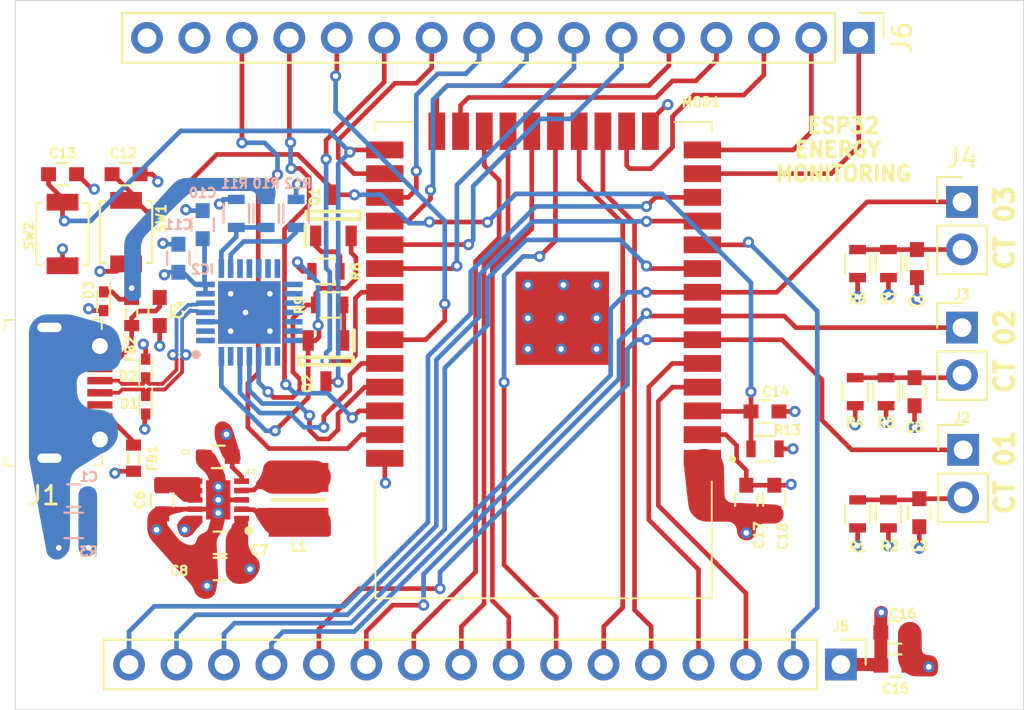
<source format=kicad_pcb>
(kicad_pcb (version 20171130) (host pcbnew "(5.1.4)-1")
  (title_block (title "PAD LOCK LAYOUT") (date 2019-06-10) (rev A) (company BOSCH) (comment 1 AUTHOR) (comment 2 "ROBERTO DALLA VALLE FILHO"))
  (layers (0 F.Cu signal) (1 Ground_Plane power) (2 Power_Plane power) (31 B.Cu signal) (34 B.Paste user) (35 F.Paste user) (36 B.SilkS user) (37 F.SilkS user) (38 B.Mask user) (39 F.Mask user) (44 Edge.Cuts user))
  (net 0 "")
  (net 1 GND)
  (net 2 +3V3)
  (net 3 GNDD)
  (net 4 "Net-(C4-Pad2)")
  (net 5 EN)
  (net 6 IO0)
  (net 7 "Net-(C9-Pad1)")
  (net 8 IO21)
  (net 9 VBUS)
  (net 10 USB_DP)
  (net 11 USB_DN)
  (net 12 "Net-(FB1-Pad1)")
  (net 13 RTS)
  (net 14 TX0)
  (net 15 RX0)
  (net 16 DTR)
  (net 17 "Net-(Q1-Pad1)")
  (net 18 "Net-(Q2-Pad1)")
  (net 19 "Net-(C6-Pad1)")
  (net 20 "Net-(C2-Pad1)")
  (net 21 "Net-(C5-Pad1)")
  (net 22 "Net-(IC1-Pad4)")
  (net 23 "Net-(IC1-Pad2)")
  (net 24 "Net-(IC2-Pad9)")
  (net 25 "Net-(IC2-Pad8)")
  (net 26 ADC1_6)
  (net 27 ADC1_7)
  (net 28 ADC1_4)
  (net 29 IO25)
  (net 30 SENSOR_VP)
  (net 31 SENSOR_VN)
  (net 32 SD2)
  (net 33 SD3)
  (net 34 SCS)
  (net 35 CLK)
  (net 36 SD0)
  (net 37 SD1)
  (net 38 IO33)
  (net 39 IO26)
  (net 40 IO27)
  (net 41 IO23)
  (net 42 IO22)
  (net 43 IO19)
  (net 44 IO18)
  (net 45 IO17)
  (net 46 IO16)
  (net 47 IO15)
  (net 48 IO14)
  (net 49 IO13)
  (net 50 IO12)
  (net 51 IO5)
  (net 52 IO4)
  (net 53 IO2)
  (module proj_kicad_esp32_energy_consumption:USB_Micro_B_Female_1050170001 (layer F.Cu) (at 119.4 87.5 270)
    (fp_text reference J1 (at 5.5 3) (layer F.SilkS))
    (fp_text value USB_OTG)
    (pad SH smd rect (at -3.33 1.87 270) (size 0.3 0.24) (layers F.Cu F.Paste F.Mask) (net 3 GNDD))
    (pad 6 thru_hole oval (at 3.5 2.7 270) (size 1.1 1.9) (drill oval 0.5 1.3) (layers *.Cu *.Mask) (net 3 GNDD))
    (pad 6 smd rect (at -1.4478 2.7178 270) (size 2.5 1.9) (layers F.Cu F.Paste F.Mask) (net 3 GNDD))
    (pad 5 smd rect (at 1.3 0 270) (size 0.4 1.35) (layers F.Cu F.Paste F.Mask) (net 12 "Net-(FB1-Pad1)"))
    (pad 4 smd rect (at 0.65 0 270) (size 0.4 1.35) (layers F.Cu F.Paste F.Mask))
    (pad 3 smd rect (at 0 0 270) (size 0.4 1.35) (layers F.Cu F.Paste F.Mask) (net 10 USB_DP))
    (pad 2 smd rect (at -0.65 0 270) (size 0.4 1.35) (layers F.Cu F.Paste F.Mask) (net 11 USB_DN))
    (pad 1 smd rect (at -1.3 0 270) (size 0.4 1.35) (layers F.Cu F.Paste F.Mask) (net 4 "Net-(C4-Pad2)"))
    (pad 6 thru_hole circle (at -2.5 0 270) (size 1.45 1.45) (drill 0.85) (layers *.Cu *.Mask) (net 3 GNDD))
    (pad 6 thru_hole circle (at 2.5 0 270) (size 1.45 1.45) (drill 0.85) (layers *.Cu *.Mask) (net 3 GNDD))
    (pad 6 smd rect (at 1.397 2.7178 270) (size 2.5 1.9) (layers F.Cu F.Paste F.Mask) (net 3 GNDD))
    (pad 6 thru_hole oval (at -3.5 2.7 270) (size 1.1 1.9) (drill oval 0.5 1.3) (layers *.Cu *.Mask) (net 3 GNDD))
    (pad SH smd rect (at -3.33 3.53 270) (size 0.3 0.24) (layers F.Cu F.Paste F.Mask) (net 3 GNDD))
    (pad SH smd rect (at 3.33 3.53 270) (size 0.3 0.24) (layers F.Cu F.Paste F.Mask) (net 3 GNDD))
    (pad SH smd rect (at 3.33 1.87 270) (size 0.3 0.24) (layers F.Cu F.Paste F.Mask) (net 3 GNDD))
  )
  (module ESP32-WROOM-32D:ESP32WROOM32D (layer F.Cu) (at 143.5 85.5 180)
    (fp_text reference MOD1 (at -8.076 13.552) (layer F.SilkS) (effects (font (size 0.5 0.5) (thickness 0.125))))
    (fp_text value ESP32-WROOM-32 hide)
    (pad 1 smd rect (at -8.15 -5.51 270) (size 0.9 2) (layers F.Cu F.Paste F.Mask) (net 1 GND))
    (pad 2 smd rect (at -8.15 -4.24 270) (size 0.9 2) (layers F.Cu F.Paste F.Mask) (net 2 +3V3))
    (pad 3 smd rect (at -8.15 -2.97 270) (size 0.9 2) (layers F.Cu F.Paste F.Mask) (net 5 EN))
    (pad 4 smd rect (at -8.15 -1.7 270) (size 0.9 2) (layers F.Cu F.Paste F.Mask) (net 30 SENSOR_VP))
    (pad 5 smd rect (at -8.15 -0.43 270) (size 0.9 2) (layers F.Cu F.Paste F.Mask) (net 31 SENSOR_VN))
    (pad 6 smd rect (at -8.15 0.84 270) (size 0.9 2) (layers F.Cu F.Paste F.Mask) (net 26 ADC1_6))
    (pad 7 smd rect (at -8.15 2.11 270) (size 0.9 2) (layers F.Cu F.Paste F.Mask) (net 27 ADC1_7))
    (pad 8 smd rect (at -8.15 3.38 270) (size 0.9 2) (layers F.Cu F.Paste F.Mask) (net 28 ADC1_4))
    (pad 9 smd rect (at -8.15 4.65 270) (size 0.9 2) (layers F.Cu F.Paste F.Mask) (net 38 IO33))
    (pad 10 smd rect (at -8.15 5.92 270) (size 0.9 2) (layers F.Cu F.Paste F.Mask) (net 29 IO25))
    (pad 11 smd rect (at -8.15 7.19 270) (size 0.9 2) (layers F.Cu F.Paste F.Mask) (net 39 IO26))
    (pad 12 smd rect (at -8.15 8.46 270) (size 0.9 2) (layers F.Cu F.Paste F.Mask) (net 40 IO27))
    (pad 13 smd rect (at -8.15 9.73 270) (size 0.9 2) (layers F.Cu F.Paste F.Mask) (net 48 IO14))
    (pad 14 smd rect (at -8.15 11 270) (size 0.9 2) (layers F.Cu F.Paste F.Mask) (net 50 IO12))
    (pad 15 smd rect (at -5.365 12 180) (size 0.9 2) (layers F.Cu F.Paste F.Mask) (net 1 GND))
    (pad 16 smd rect (at -4.095 12 180) (size 0.9 2) (layers F.Cu F.Paste F.Mask) (net 49 IO13))
    (pad 17 smd rect (at -2.825 12 180) (size 0.9 2) (layers F.Cu F.Paste F.Mask) (net 32 SD2))
    (pad 18 smd rect (at -1.555 12 180) (size 0.9 2) (layers F.Cu F.Paste F.Mask) (net 33 SD3))
    (pad 19 smd rect (at -0.285 12 180) (size 0.9 2) (layers F.Cu F.Paste F.Mask) (net 34 SCS))
    (pad 20 smd rect (at 0.985 12 180) (size 0.9 2) (layers F.Cu F.Paste F.Mask) (net 35 CLK))
    (pad 21 smd rect (at 2.255 12 180) (size 0.9 2) (layers F.Cu F.Paste F.Mask) (net 36 SD0))
    (pad 22 smd rect (at 3.525 12 180) (size 0.9 2) (layers F.Cu F.Paste F.Mask) (net 37 SD1))
    (pad 23 smd rect (at 4.795 12 180) (size 0.9 2) (layers F.Cu F.Paste F.Mask) (net 47 IO15))
    (pad 24 smd rect (at 6.065 12 180) (size 0.9 2) (layers F.Cu F.Paste F.Mask) (net 53 IO2))
    (pad 25 smd rect (at 8.85 11 270) (size 0.9 2) (layers F.Cu F.Paste F.Mask) (net 6 IO0))
    (pad 26 smd rect (at 8.85 9.73 270) (size 0.9 2) (layers F.Cu F.Paste F.Mask) (net 52 IO4))
    (pad 27 smd rect (at 8.85 8.46 270) (size 0.9 2) (layers F.Cu F.Paste F.Mask) (net 46 IO16))
    (pad 28 smd rect (at 8.85 7.19 270) (size 0.9 2) (layers F.Cu F.Paste F.Mask) (net 45 IO17))
    (pad 29 smd rect (at 8.85 5.92 270) (size 0.9 2) (layers F.Cu F.Paste F.Mask) (net 51 IO5))
    (pad 30 smd rect (at 8.85 4.65 270) (size 0.9 2) (layers F.Cu F.Paste F.Mask) (net 44 IO18))
    (pad 31 smd rect (at 8.85 3.38 270) (size 0.9 2) (layers F.Cu F.Paste F.Mask) (net 43 IO19))
    (pad 32 smd rect (at 8.85 2.11 270) (size 0.9 2) (layers F.Cu F.Paste F.Mask))
    (pad 33 smd rect (at 8.85 0.84 270) (size 0.9 2) (layers F.Cu F.Paste F.Mask) (net 8 IO21))
    (pad 34 smd rect (at 8.85 -0.43 270) (size 0.9 2) (layers F.Cu F.Paste F.Mask) (net 15 RX0))
    (pad 35 smd rect (at 8.85 -1.7 270) (size 0.9 2) (layers F.Cu F.Paste F.Mask) (net 14 TX0))
    (pad 36 smd rect (at 8.85 -2.97 270) (size 0.9 2) (layers F.Cu F.Paste F.Mask) (net 42 IO22))
    (pad 37 smd rect (at 8.85 -4.24 270) (size 0.9 2) (layers F.Cu F.Paste F.Mask) (net 41 IO23))
    (pad 38 smd rect (at 8.85 -5.51 270) (size 0.9 2) (layers F.Cu F.Paste F.Mask) (net 1 GND))
    (pad 39 smd rect (at -0.65 1.99 270) (size 5 5) (layers F.Cu F.Paste F.Mask) (net 1 GND))
  )
  (module proj_kicad_esp32_energy_consumption:C_0603 (layer F.Cu) (at 125.734 90.932 180)
    (fp_text reference C3 (at 1.75 0.25) (layer F.SilkS) (effects (font (size 0.25 0.25) (thickness 0.0625))))
    (fp_text value "10uF 6.3V X7R ")
    (pad 2 smd rect (at 0.75 0 180) (size 0.8 0.75) (layers F.Cu F.Paste F.Mask) (net 1 GND))
    (pad 1 smd rect (at -0.75 0 180) (size 0.8 0.75) (layers F.Cu F.Paste F.Mask) (net 9 VBUS))
  )
  (module proj_kicad_esp32_energy_consumption:C_0603 (layer B.Cu) (at 118 93 180)
    (fp_text reference C1 (at -0.8 1) (layer B.SilkS) (effects (font (size 0.5 0.5) (thickness 0.125)) (justify mirror)))
    (fp_text value 0.1uF)
    (pad 2 smd rect (at 0.75 0 180) (size 0.8 0.75) (layers B.Cu B.Paste B.Mask) (net 3 GNDD))
    (pad 1 smd rect (at -0.75 0 180) (size 0.8 0.75) (layers B.Cu B.Paste B.Mask) (net 1 GND))
  )
  (module proj_kicad_esp32_energy_consumption:C_0603 (layer F.Cu) (at 163.26 93.919 270)
    (fp_text reference C2 (at 1.778 0 180) (layer F.SilkS) (effects (font (size 0.5 0.5) (thickness 0.125))))
    (fp_text value "10uF ou 100uF")
    (pad 2 smd rect (at 0.75 0 270) (size 0.8 0.75) (layers F.Cu F.Paste F.Mask) (net 1 GND))
    (pad 1 smd rect (at -0.75 0 270) (size 0.8 0.75) (layers F.Cu F.Paste F.Mask) (net 20 "Net-(C2-Pad1)"))
  )
  (module proj_kicad_esp32_energy_consumption:C_0603 (layer F.Cu) (at 122.6 83.15 90)
    (fp_text reference C4 (at 0.0895 1.036 90) (layer F.SilkS) (effects (font (size 0.5 0.5) (thickness 0.125))))
    (fp_text value 1nF)
    (pad 1 smd rect (at -0.75 0 90) (size 0.8 0.75) (layers F.Cu F.Paste F.Mask) (net 1 GND))
    (pad 2 smd rect (at 0.75 0 90) (size 0.8 0.75) (layers F.Cu F.Paste F.Mask) (net 4 "Net-(C4-Pad2)"))
  )
  (module proj_kicad_esp32_energy_consumption:C_0603 (layer F.Cu) (at 163.006 87.442 270)
    (fp_text reference C5 (at 1.905 0) (layer F.SilkS) (effects (font (size 0.5 0.5) (thickness 0.125))))
    (fp_text value "10uF ou 100uF")
    (pad 1 smd rect (at -0.75 0 270) (size 0.8 0.75) (layers F.Cu F.Paste F.Mask) (net 21 "Net-(C5-Pad1)"))
    (pad 2 smd rect (at 0.75 0 270) (size 0.8 0.75) (layers F.Cu F.Paste F.Mask) (net 1 GND))
  )
  (module proj_kicad_esp32_energy_consumption:C_0603 (layer F.Cu) (at 122.734 93.232 270)
    (fp_text reference C6 (at 0 1.2 90) (layer F.SilkS) (effects (font (size 0.5 0.5) (thickness 0.125))))
    (fp_text value "0.1uF XR7 ceramic")
    (pad 2 smd rect (at 0.75 0 270) (size 0.8 0.75) (layers F.Cu F.Paste F.Mask) (net 1 GND))
    (pad 1 smd rect (at -0.75 0 270) (size 0.8 0.75) (layers F.Cu F.Paste F.Mask) (net 19 "Net-(C6-Pad1)"))
  )
  (module proj_kicad_esp32_energy_consumption:C_0603 (layer F.Cu) (at 125.834 95.532 180)
    (fp_text reference C7 (at -2.1 -0.4) (layer F.SilkS) (effects (font (size 0.5 0.5) (thickness 0.125))))
    (fp_text value 10uF)
    (pad 1 smd rect (at -0.75 0 180) (size 0.8 0.75) (layers F.Cu F.Paste F.Mask) (net 2 +3V3))
    (pad 2 smd rect (at 0.75 0 180) (size 0.8 0.75) (layers F.Cu F.Paste F.Mask) (net 1 GND))
  )
  (module proj_kicad_esp32_energy_consumption:C_0603 (layer F.Cu) (at 125.834 96.932 180)
    (fp_text reference C8 (at 2.2 -0.1) (layer F.SilkS) (effects (font (size 0.5 0.5) (thickness 0.125))))
    (fp_text value 10uF)
    (pad 2 smd rect (at 0.75 0 180) (size 0.8 0.75) (layers F.Cu F.Paste F.Mask) (net 1 GND))
    (pad 1 smd rect (at -0.75 0 180) (size 0.8 0.75) (layers F.Cu F.Paste F.Mask) (net 2 +3V3))
  )
  (module proj_kicad_esp32_energy_consumption:C_0603 (layer F.Cu) (at 163.133 80.584 270)
    (fp_text reference C9 (at 2.032 0 180) (layer F.SilkS) (effects (font (size 0.5 0.5) (thickness 0.125))))
    (fp_text value "10uF ou 100uF")
    (pad 1 smd rect (at -0.75 0 270) (size 0.8 0.75) (layers F.Cu F.Paste F.Mask) (net 7 "Net-(C9-Pad1)"))
    (pad 2 smd rect (at 0.75 0 270) (size 0.8 0.75) (layers F.Cu F.Paste F.Mask) (net 1 GND))
  )
  (module proj_kicad_esp32_energy_consumption:C_0603 (layer B.Cu) (at 124.9 78.5 90)
    (fp_text reference C10 (at 1.7 0) (layer B.SilkS) (effects (font (size 0.5 0.5) (thickness 0.125)) (justify mirror)))
    (fp_text value 4.7uF/6.3V)
    (pad 2 smd rect (at 0.75 0 90) (size 0.8 0.75) (layers B.Cu B.Paste B.Mask) (net 1 GND))
    (pad 1 smd rect (at -0.75 0 90) (size 0.8 0.75) (layers B.Cu B.Paste B.Mask) (net 2 +3V3))
  )
  (module proj_kicad_esp32_energy_consumption:C_0603 (layer B.Cu) (at 123.6 80.3 90)
    (fp_text reference C11 (at 1.8 0) (layer B.SilkS) (effects (font (size 0.5 0.5) (thickness 0.125)) (justify mirror)))
    (fp_text value 0.1uF)
    (pad 1 smd rect (at -0.75 0 90) (size 0.8 0.75) (layers B.Cu B.Paste B.Mask) (net 2 +3V3))
    (pad 2 smd rect (at 0.75 0 90) (size 0.8 0.75) (layers B.Cu B.Paste B.Mask) (net 1 GND))
  )
  (module proj_kicad_esp32_energy_consumption:C_0603 (layer F.Cu) (at 120.8 75.8 180)
    (fp_text reference C12 (at 0.1485 1.1215) (layer F.SilkS) (effects (font (size 0.5 0.5) (thickness 0.125))))
    (fp_text value 0.1uF)
    (pad 1 smd rect (at -0.75 0 180) (size 0.8 0.75) (layers F.Cu F.Paste F.Mask) (net 1 GND))
    (pad 2 smd rect (at 0.75 0 180) (size 0.8 0.75) (layers F.Cu F.Paste F.Mask) (net 5 EN))
  )
  (module proj_kicad_esp32_energy_consumption:C_0603 (layer F.Cu) (at 117.4 75.8 180)
    (fp_text reference C13 (at -0.013 1.1215) (layer F.SilkS) (effects (font (size 0.5 0.5) (thickness 0.125))))
    (fp_text value 0.1uF)
    (pad 2 smd rect (at 0.75 0 180) (size 0.8 0.75) (layers F.Cu F.Paste F.Mask) (net 6 IO0))
    (pad 1 smd rect (at -0.75 0 180) (size 0.8 0.75) (layers F.Cu F.Paste F.Mask) (net 1 GND))
  )
  (module proj_kicad_esp32_energy_consumption:C_0603 (layer F.Cu) (at 155 88.5)
    (fp_text reference C14 (at 0.5765 -1.058 180) (layer F.SilkS) (effects (font (size 0.5 0.5) (thickness 0.125))))
    (fp_text value 0.1uF)
    (pad 1 smd rect (at -0.75 0) (size 0.8 0.75) (layers F.Cu F.Paste F.Mask) (net 5 EN))
    (pad 2 smd rect (at 0.75 0) (size 0.8 0.75) (layers F.Cu F.Paste F.Mask) (net 1 GND))
  )
  (module proj_kicad_esp32_energy_consumption:C_0603 (layer F.Cu) (at 161.952 102.105)
    (fp_text reference C15 (at 0.04 1.228) (layer F.SilkS) (effects (font (size 0.5 0.5) (thickness 0.125))))
    (fp_text value 0.1uF)
    (pad 1 smd rect (at -0.75 0) (size 0.8 0.75) (layers F.Cu F.Paste F.Mask) (net 2 +3V3))
    (pad 2 smd rect (at 0.75 0) (size 0.8 0.75) (layers F.Cu F.Paste F.Mask) (net 1 GND))
  )
  (module proj_kicad_esp32_energy_consumption:C_0603 (layer F.Cu) (at 161.952 100.327)
    (fp_text reference C16 (at 0.419 -0.994) (layer F.SilkS) (effects (font (size 0.5 0.5) (thickness 0.125))))
    (fp_text value 10uF)
    (pad 2 smd rect (at 0.75 0) (size 0.8 0.75) (layers F.Cu F.Paste F.Mask) (net 1 GND))
    (pad 1 smd rect (at -0.75 0) (size 0.8 0.75) (layers F.Cu F.Paste F.Mask) (net 2 +3V3))
  )
  (module proj_kicad_esp32_energy_consumption:C_0603 (layer F.Cu) (at 154 93.2 270)
    (fp_text reference C17 (at 1.9255 -0.6875 270) (layer F.SilkS) (effects (font (size 0.5 0.5) (thickness 0.125))))
    (fp_text value 0.1uF)
    (pad 2 smd rect (at 0.75 0 270) (size 0.8 0.75) (layers F.Cu F.Paste F.Mask) (net 1 GND))
    (pad 1 smd rect (at -0.75 0 270) (size 0.8 0.75) (layers F.Cu F.Paste F.Mask) (net 2 +3V3))
  )
  (module proj_kicad_esp32_energy_consumption:C_0603 (layer F.Cu) (at 155.5 93.2 270)
    (fp_text reference C18 (at 1.989 -0.4575 90) (layer F.SilkS) (effects (font (size 0.5 0.5) (thickness 0.125))))
    (fp_text value 10uF)
    (pad 1 smd rect (at -0.75 0 270) (size 0.8 0.75) (layers F.Cu F.Paste F.Mask) (net 2 +3V3))
    (pad 2 smd rect (at 0.75 0 270) (size 0.8 0.75) (layers F.Cu F.Paste F.Mask) (net 1 GND))
  )
  (module proj_kicad_esp32_energy_consumption:DPY_R-PX1SON-N2_ (layer F.Cu) (at 121.85 88.14 270)
    (fp_text reference D1 (at -0.063 0.881) (layer F.SilkS) (effects (font (size 0.5 0.5) (thickness 0.125))))
    (fp_text value ESD401DPYR hide)
    (pad 1 smd rect (at -0.5 0) (size 0.5 0.6) (layers F.Cu F.Paste F.Mask) (net 10 USB_DP))
    (pad 2 smd rect (at 0.5 0) (size 0.5 0.6) (layers F.Cu F.Paste F.Mask) (net 1 GND))
  )
  (module proj_kicad_esp32_energy_consumption:DPY_R-PX1SON-N2_ (layer F.Cu) (at 121.85 86.2 90)
    (fp_text reference D2 (at -0.4165 -0.9445) (layer F.SilkS) (effects (font (size 0.5 0.5) (thickness 0.125))))
    (fp_text value ESD401DPYR hide)
    (pad 2 smd rect (at 0.5 0 180) (size 0.5 0.6) (layers F.Cu F.Paste F.Mask) (net 1 GND))
    (pad 1 smd rect (at -0.5 0 180) (size 0.5 0.6) (layers F.Cu F.Paste F.Mask) (net 11 USB_DN))
  )
  (module proj_kicad_esp32_energy_consumption:DPY_R-PX1SON-N2_ (layer F.Cu) (at 119.6 82.6 270)
    (fp_text reference D3 (at -0.6 0.8 90) (layer F.SilkS) (effects (font (size 0.5 0.5) (thickness 0.125))))
    (fp_text value ESD401DPYR hide)
    (pad 1 smd rect (at -0.5 0) (size 0.5 0.6) (layers F.Cu F.Paste F.Mask) (net 9 VBUS))
    (pad 2 smd rect (at 0.5 0) (size 0.5 0.6) (layers F.Cu F.Paste F.Mask) (net 1 GND))
  )
  (module proj_kicad_esp32_energy_consumption:0603 (layer F.Cu) (at 121.2 91 270)
    (fp_text reference FB1 (at 0 -1 270) (layer F.SilkS) (effects (font (size 0.5 0.5) (thickness 0.125))))
    (fp_text value MPZ1608S221ATA00)
    (pad 1 smd rect (at -0.7 0 270) (size 0.6 0.8) (layers F.Cu F.Paste F.Mask) (net 12 "Net-(FB1-Pad1)"))
    (pad 2 smd rect (at 0.7 0 270) (size 0.6 0.8) (layers F.Cu F.Paste F.Mask) (net 1 GND))
  )
  (module proj_kicad_esp32_energy_consumption:0603 (layer F.Cu) (at 121.1 83.2 90)
    (fp_text reference FB2 (at -1.956 -0.0675 90) (layer F.SilkS) (effects (font (size 0.5 0.5) (thickness 0.125))))
    (fp_text value MPZ1608S221ATA00)
    (pad 2 smd rect (at 0.7 0 90) (size 0.6 0.8) (layers F.Cu F.Paste F.Mask) (net 9 VBUS))
    (pad 1 smd rect (at -0.7 0 90) (size 0.6 0.8) (layers F.Cu F.Paste F.Mask) (net 4 "Net-(C4-Pad2)"))
  )
  (module proj_kicad_esp32_energy_consumption:MountingHole_2.2mm_M2_DIN965 (layer F.Cu) (at 166.5 102)
    (fp_text reference H1)
    (fp_text value M2Hole hide)
    (pad 1 np_thru_hole circle (at 0 0) (size 2.2 2.2) (drill 2.2) (layers *.Cu *.Mask))
  )
  (module proj_kicad_esp32_energy_consumption:MountingHole_2.2mm_M2_DIN965 (layer F.Cu) (at 117.5 69)
    (fp_text reference H2)
    (fp_text value M2Hole hide)
    (pad 1 np_thru_hole circle (at 0 0) (size 2.2 2.2) (drill 2.2) (layers *.Cu *.Mask))
  )
  (module proj_kicad_esp32_energy_consumption:MountingHole_2.2mm_M2_DIN965 (layer F.Cu) (at 117.5 102)
    (fp_text reference H3)
    (fp_text value M2Hole hide)
    (pad 1 np_thru_hole circle (at 0 0) (size 2.2 2.2) (drill 2.2) (layers *.Cu *.Mask))
  )
  (module proj_kicad_esp32_energy_consumption:MountingHole_2.2mm_M2_DIN965 (layer F.Cu) (at 166.5 69)
    (fp_text reference H4)
    (fp_text value M2Hole)
    (pad 1 np_thru_hole circle (at 0 0) (size 2.2 2.2) (drill 2.2) (layers *.Cu *.Mask))
  )
  (module proj_kicad_esp32_energy_consumption:SON50P250X250X80-11N-D (layer F.Cu) (at 125.734 93.232 180)
    (fp_text reference IC1 (at -1.75 1.5 180) (layer F.SilkS) (effects (font (size 0.25 0.25) (thickness 0.0625))))
    (fp_text value TPS63031DSKT hide)
    (pad 11 smd rect (at 0 0 180) (size 1.3 2.1) (layers F.Cu F.Paste F.Mask) (net 1 GND))
    (pad 10 smd rect (at 1.25 -1 270) (size 0.3 0.8) (layers F.Cu F.Paste F.Mask) (net 2 +3V3))
    (pad 9 smd rect (at 1.25 -0.5 270) (size 0.3 0.8) (layers F.Cu F.Paste F.Mask) (net 1 GND))
    (pad 8 smd rect (at 1.25 0 270) (size 0.3 0.8) (layers F.Cu F.Paste F.Mask) (net 19 "Net-(C6-Pad1)"))
    (pad 7 smd rect (at 1.25 0.5 270) (size 0.3 0.8) (layers F.Cu F.Paste F.Mask) (net 19 "Net-(C6-Pad1)"))
    (pad 6 smd rect (at 1.25 1 270) (size 0.3 0.8) (layers F.Cu F.Paste F.Mask) (net 19 "Net-(C6-Pad1)"))
    (pad 5 smd rect (at -1.25 1 270) (size 0.3 0.8) (layers F.Cu F.Paste F.Mask) (net 9 VBUS))
    (pad 4 smd rect (at -1.25 0.5 270) (size 0.3 0.8) (layers F.Cu F.Paste F.Mask) (net 22 "Net-(IC1-Pad4)"))
    (pad 3 smd rect (at -1.25 0 270) (size 0.3 0.8) (layers F.Cu F.Paste F.Mask) (net 1 GND))
    (pad 2 smd rect (at -1.25 -0.5 270) (size 0.3 0.8) (layers F.Cu F.Paste F.Mask) (net 23 "Net-(IC1-Pad2)"))
    (pad 1 smd rect (at -1.25 -1 270) (size 0.3 0.8) (layers F.Cu F.Paste F.Mask) (net 2 +3V3))
  )
  (module proj_kicad_esp32_energy_consumption:QFN50P500X500X80-29N-D (layer B.Cu) (at 127.4 83.2)
    (fp_text reference IC2 (at -2.5 -2.3) (layer B.SilkS) (effects (font (size 0.5 0.5) (thickness 0.125)) (justify mirror)))
    (fp_text value CP2102N-A01-GQFN28 hide)
    (pad 29 smd rect (at 0 0) (size 3.35 3.35) (layers B.Cu B.Paste) (net 1 GND))
    (pad 28 smd rect (at -1.5 2.35) (size 0.3 1) (layers B.Cu B.Paste) (net 16 DTR))
    (pad 27 smd rect (at -1 2.35) (size 0.3 1) (layers B.Cu B.Paste))
    (pad 26 smd rect (at -0.5 2.35) (size 0.3 1) (layers B.Cu B.Paste) (net 15 RX0))
    (pad 25 smd rect (at 0 2.35) (size 0.3 1) (layers B.Cu B.Paste) (net 14 TX0))
    (pad 24 smd rect (at 0.5 2.35) (size 0.3 1) (layers B.Cu B.Paste) (net 13 RTS))
    (pad 23 smd rect (at 1 2.35) (size 0.3 1) (layers B.Cu B.Paste))
    (pad 22 smd rect (at 1.5 2.35) (size 0.3 1) (layers B.Cu B.Paste))
    (pad 21 smd rect (at 2.35 1.5 270) (size 0.3 1) (layers B.Cu B.Paste))
    (pad 20 smd rect (at 2.35 1 270) (size 0.3 1) (layers B.Cu B.Paste))
    (pad 19 smd rect (at 2.35 0.5 270) (size 0.3 1) (layers B.Cu B.Paste))
    (pad 18 smd rect (at 2.35 0 270) (size 0.3 1) (layers B.Cu B.Paste))
    (pad 17 smd rect (at 2.35 -0.5 270) (size 0.3 1) (layers B.Cu B.Paste))
    (pad 16 smd rect (at 2.35 -1 270) (size 0.3 1) (layers B.Cu B.Paste))
    (pad 15 smd rect (at 2.35 -1.5 270) (size 0.3 1) (layers B.Cu B.Paste))
    (pad 14 smd rect (at 1.5 -2.35) (size 0.3 1) (layers B.Cu B.Paste))
    (pad 13 smd rect (at 1 -2.35) (size 0.3 1) (layers B.Cu B.Paste))
    (pad 12 smd rect (at 0.5 -2.35) (size 0.3 1) (layers B.Cu B.Paste))
    (pad 11 smd rect (at 0 -2.35) (size 0.3 1) (layers B.Cu B.Paste))
    (pad 10 smd rect (at -0.5 -2.35) (size 0.3 1) (layers B.Cu B.Paste))
    (pad 9 smd rect (at -1 -2.35) (size 0.3 1) (layers B.Cu B.Paste) (net 24 "Net-(IC2-Pad9)"))
    (pad 8 smd rect (at -1.5 -2.35) (size 0.3 1) (layers B.Cu B.Paste) (net 25 "Net-(IC2-Pad8)"))
    (pad 7 smd rect (at -2.35 -1.5 270) (size 0.3 1) (layers B.Cu B.Paste) (net 2 +3V3))
    (pad 6 smd rect (at -2.35 -1 270) (size 0.3 1) (layers B.Cu B.Paste) (net 2 +3V3))
    (pad 5 smd rect (at -2.35 -0.5 270) (size 0.3 1) (layers B.Cu B.Paste) (net 11 USB_DN))
    (pad 4 smd rect (at -2.35 0 270) (size 0.3 1) (layers B.Cu B.Paste) (net 10 USB_DP))
    (pad 3 smd rect (at -2.35 0.5 270) (size 0.3 1) (layers B.Cu B.Paste) (net 1 GND))
    (pad 2 smd rect (at -2.35 1 270) (size 0.3 1) (layers B.Cu B.Paste))
    (pad 1 smd rect (at -2.35 1.5 270) (size 0.3 1) (layers B.Cu B.Paste))
  )
  (module proj_kicad_esp32_energy_consumption:Pin_Header_Straight_1x02_Pitch2.54mm (layer F.Cu) (at 165.6095 90.5535)
    (fp_text reference J2 (at -0.0635 -1.7145 -180) (layer F.SilkS) (effects (font (size 0.5 0.5) (thickness 0.125))))
    (fp_text value Conn_01x02)
    (pad 2 thru_hole oval (at 0 2.54) (size 1.7 1.7) (drill 1) (layers *.Cu *.Mask) (net 20 "Net-(C2-Pad1)"))
    (pad 1 thru_hole rect (at 0 0) (size 1.7 1.7) (drill 1) (layers *.Cu *.Mask) (net 26 ADC1_6))
  )
  (module proj_kicad_esp32_energy_consumption:Pin_Header_Straight_1x02_Pitch2.54mm (layer F.Cu) (at 165.546 84.013)
    (fp_text reference J3 (at 0 -1.778) (layer F.SilkS) (effects (font (size 0.5 0.5) (thickness 0.125))))
    (fp_text value Conn_01x02)
    (pad 1 thru_hole rect (at 0 0) (size 1.7 1.7) (drill 1) (layers *.Cu *.Mask) (net 27 ADC1_7))
    (pad 2 thru_hole oval (at 0 2.54) (size 1.7 1.7) (drill 1) (layers *.Cu *.Mask) (net 21 "Net-(C5-Pad1)"))
  )
  (module proj_kicad_esp32_energy_consumption:Pin_Header_Straight_1x02_Pitch2.54mm (layer F.Cu) (at 165.546 77.282)
    (fp_text reference J4 (at 0 -2.33 -180) (layer F.SilkS))
    (fp_text value Conn_01x02)
    (pad 1 thru_hole rect (at 0 0) (size 1.7 1.7) (drill 1) (layers *.Cu *.Mask) (net 28 ADC1_4))
    (pad 2 thru_hole oval (at 0 2.54) (size 1.7 1.7) (drill 1) (layers *.Cu *.Mask) (net 7 "Net-(C9-Pad1)"))
  )
  (module Connector_PinHeader_2.54mm:PinHeader_1x16_P2.54mm_Vertical (layer F.Cu) (at 159.061 102.047 270)
    (fp_text reference J5 (at -2.032 0 180) (layer F.SilkS) (effects (font (size 0.5 0.5) (thickness 0.125))))
    (fp_text value Conn_01x16)
    (pad 1 thru_hole rect (at 0 0 270) (size 1.7 1.7) (drill 1) (layers *.Cu *.Mask) (net 2 +3V3))
    (pad 2 thru_hole oval (at 0 2.54 270) (size 1.7 1.7) (drill 1) (layers *.Cu *.Mask) (net 29 IO25))
    (pad 3 thru_hole oval (at 0 5.08 270) (size 1.7 1.7) (drill 1) (layers *.Cu *.Mask) (net 30 SENSOR_VP))
    (pad 4 thru_hole oval (at 0 7.62 270) (size 1.7 1.7) (drill 1) (layers *.Cu *.Mask) (net 31 SENSOR_VN))
    (pad 5 thru_hole oval (at 0 10.16 270) (size 1.7 1.7) (drill 1) (layers *.Cu *.Mask) (net 32 SD2))
    (pad 6 thru_hole oval (at 0 12.7 270) (size 1.7 1.7) (drill 1) (layers *.Cu *.Mask) (net 33 SD3))
    (pad 7 thru_hole oval (at 0 15.24 270) (size 1.7 1.7) (drill 1) (layers *.Cu *.Mask) (net 34 SCS))
    (pad 8 thru_hole oval (at 0 17.78 270) (size 1.7 1.7) (drill 1) (layers *.Cu *.Mask) (net 35 CLK))
    (pad 9 thru_hole oval (at 0 20.32 270) (size 1.7 1.7) (drill 1) (layers *.Cu *.Mask) (net 36 SD0))
    (pad 10 thru_hole oval (at 0 22.86 270) (size 1.7 1.7) (drill 1) (layers *.Cu *.Mask) (net 37 SD1))
    (pad 11 thru_hole oval (at 0 25.4 270) (size 1.7 1.7) (drill 1) (layers *.Cu *.Mask) (net 27 ADC1_7))
    (pad 12 thru_hole oval (at 0 27.94 270) (size 1.7 1.7) (drill 1) (layers *.Cu *.Mask) (net 26 ADC1_6))
    (pad 13 thru_hole oval (at 0 30.48 270) (size 1.7 1.7) (drill 1) (layers *.Cu *.Mask) (net 28 ADC1_4))
    (pad 14 thru_hole oval (at 0 33.02 270) (size 1.7 1.7) (drill 1) (layers *.Cu *.Mask) (net 38 IO33))
    (pad 15 thru_hole oval (at 0 35.56 270) (size 1.7 1.7) (drill 1) (layers *.Cu *.Mask) (net 39 IO26))
    (pad 16 thru_hole oval (at 0 38.1 270) (size 1.7 1.7) (drill 1) (layers *.Cu *.Mask) (net 40 IO27))
  )
  (module Connector_PinHeader_2.54mm:PinHeader_1x16_P2.54mm_Vertical (layer F.Cu) (at 160.02 68.5 270)
    (fp_text reference J6 (at 0 -2.33 90) (layer F.SilkS))
    (fp_text value Conn_01x16)
    (pad 16 thru_hole oval (at 0 38.1 270) (size 1.7 1.7) (drill 1) (layers *.Cu *.Mask) (net 1 GND))
    (pad 15 thru_hole oval (at 0 35.56 270) (size 1.7 1.7) (drill 1) (layers *.Cu *.Mask) (net 1 GND))
    (pad 14 thru_hole oval (at 0 33.02 270) (size 1.7 1.7) (drill 1) (layers *.Cu *.Mask) (net 41 IO23))
    (pad 13 thru_hole oval (at 0 30.48 270) (size 1.7 1.7) (drill 1) (layers *.Cu *.Mask) (net 42 IO22))
    (pad 12 thru_hole oval (at 0 27.94 270) (size 1.7 1.7) (drill 1) (layers *.Cu *.Mask) (net 8 IO21))
    (pad 11 thru_hole oval (at 0 25.4 270) (size 1.7 1.7) (drill 1) (layers *.Cu *.Mask) (net 43 IO19))
    (pad 10 thru_hole oval (at 0 22.86 270) (size 1.7 1.7) (drill 1) (layers *.Cu *.Mask) (net 52 IO4))
    (pad 9 thru_hole oval (at 0 20.32 270) (size 1.7 1.7) (drill 1) (layers *.Cu *.Mask) (net 46 IO16))
    (pad 8 thru_hole oval (at 0 17.78 270) (size 1.7 1.7) (drill 1) (layers *.Cu *.Mask) (net 45 IO17))
    (pad 7 thru_hole oval (at 0 15.24 270) (size 1.7 1.7) (drill 1) (layers *.Cu *.Mask) (net 44 IO18))
    (pad 6 thru_hole oval (at 0 12.7 270) (size 1.7 1.7) (drill 1) (layers *.Cu *.Mask) (net 51 IO5))
    (pad 5 thru_hole oval (at 0 10.16 270) (size 1.7 1.7) (drill 1) (layers *.Cu *.Mask) (net 53 IO2))
    (pad 4 thru_hole oval (at 0 7.62 270) (size 1.7 1.7) (drill 1) (layers *.Cu *.Mask) (net 47 IO15))
    (pad 3 thru_hole oval (at 0 5.08 270) (size 1.7 1.7) (drill 1) (layers *.Cu *.Mask) (net 49 IO13))
    (pad 2 thru_hole oval (at 0 2.54 270) (size 1.7 1.7) (drill 1) (layers *.Cu *.Mask) (net 50 IO12))
    (pad 1 thru_hole rect (at 0 0 270) (size 1.7 1.7) (drill 1) (layers *.Cu *.Mask) (net 48 IO14))
  )
  (module proj_kicad_esp32_energy_consumption:INDC3030X120N (layer F.Cu) (at 130.034 93.232 90)
    (fp_text reference L1 (at -2.5 0 180) (layer F.SilkS) (effects (font (size 0.5 0.5) (thickness 0.125))))
    (fp_text value 1.5uH hide)
    (pad 2 smd rect (at 1.2 0 90) (size 1.55 3.2) (layers F.Cu F.Paste F.Mask) (net 22 "Net-(IC1-Pad4)"))
    (pad 1 smd rect (at -1.2 0 90) (size 1.55 3.2) (layers F.Cu F.Paste F.Mask) (net 23 "Net-(IC1-Pad2)"))
  )
  (module proj_kicad_esp32_energy_consumption:SOT95P240X115-3N (layer F.Cu) (at 131.9 78 90)
    (fp_text reference Q1 (at 1 -1 90) (layer F.SilkS) (effects (font (size 0.5 0.5) (thickness 0.125))))
    (fp_text value SS8050-G hide)
    (pad 1 smd rect (at -1.1 -0.95 180) (size 0.6 1.1) (layers F.Cu F.Paste) (net 17 "Net-(Q1-Pad1)"))
    (pad 2 smd rect (at -1.1 0.95 180) (size 0.6 1.1) (layers F.Cu F.Paste) (net 13 RTS))
    (pad 3 smd rect (at 1.1 0 180) (size 0.6 1.1) (layers F.Cu F.Paste) (net 5 EN))
  )
  (module proj_kicad_esp32_energy_consumption:SOT95P240X115-3N (layer F.Cu) (at 131.5 85.8 270)
    (fp_text reference Q2 (at 1.2 1 90) (layer F.SilkS) (effects (font (size 0.5 0.5) (thickness 0.125))))
    (fp_text value SS8050-G hide)
    (pad 3 smd rect (at 1.1 0) (size 0.6 1.1) (layers F.Cu F.Paste) (net 6 IO0))
    (pad 2 smd rect (at -1.1 0.95) (size 0.6 1.1) (layers F.Cu F.Paste) (net 16 DTR))
    (pad 1 smd rect (at -1.1 -0.95) (size 0.6 1.1) (layers F.Cu F.Paste) (net 18 "Net-(Q2-Pad1)"))
  )
  (module proj_kicad_esp32_energy_consumption:R_0603 (layer F.Cu) (at 159.958 93.9825 270)
    (fp_text reference R1 (at 1.778 0 180) (layer F.SilkS) (effects (font (size 0.5 0.5) (thickness 0.125))))
    (fp_text value 100K/1%)
    (pad 2 smd rect (at 0.75 0 270) (size 0.5 0.9) (layers F.Cu F.Paste F.Mask) (net 2 +3V3))
    (pad 1 smd rect (at -0.75 0 270) (size 0.5 0.9) (layers F.Cu F.Paste F.Mask) (net 20 "Net-(C2-Pad1)"))
  )
  (module proj_kicad_esp32_energy_consumption:R_0603 (layer F.Cu) (at 161.609 93.9825 90)
    (fp_text reference R2 (at -1.7145 0.0635 180) (layer F.SilkS) (effects (font (size 0.5 0.5) (thickness 0.125))))
    (fp_text value 100K/1%)
    (pad 1 smd rect (at -0.75 0 90) (size 0.5 0.9) (layers F.Cu F.Paste F.Mask) (net 1 GND))
    (pad 2 smd rect (at 0.75 0 90) (size 0.5 0.9) (layers F.Cu F.Paste F.Mask) (net 20 "Net-(C2-Pad1)"))
  )
  (module proj_kicad_esp32_energy_consumption:R_0603 (layer B.Cu) (at 118 94.6 180)
    (fp_text reference R3 (at -0.8 -1.4) (layer B.SilkS) (effects (font (size 0.5 0.5) (thickness 0.125)) (justify mirror)))
    (fp_text value 330R)
    (pad 2 smd rect (at 0.75 0 180) (size 0.5 0.9) (layers B.Cu B.Paste B.Mask) (net 3 GNDD))
    (pad 1 smd rect (at -0.75 0 180) (size 0.5 0.9) (layers B.Cu B.Paste B.Mask) (net 1 GND))
  )
  (module proj_kicad_esp32_energy_consumption:R_0603 (layer F.Cu) (at 159.831 87.442 270)
    (fp_text reference R4 (at 1.651 0 180) (layer F.SilkS) (effects (font (size 0.5 0.5) (thickness 0.125))))
    (fp_text value 100K/1%)
    (pad 1 smd rect (at -0.75 0 270) (size 0.5 0.9) (layers F.Cu F.Paste F.Mask) (net 21 "Net-(C5-Pad1)"))
    (pad 2 smd rect (at 0.75 0 270) (size 0.5 0.9) (layers F.Cu F.Paste F.Mask) (net 2 +3V3))
  )
  (module proj_kicad_esp32_energy_consumption:R_0603 (layer F.Cu) (at 161.482 87.442 90)
    (fp_text reference R5 (at -1.651 0) (layer F.SilkS) (effects (font (size 0.5 0.5) (thickness 0.125))))
    (fp_text value 100K/1%)
    (pad 1 smd rect (at -0.75 0 90) (size 0.5 0.9) (layers F.Cu F.Paste F.Mask) (net 1 GND))
    (pad 2 smd rect (at 0.75 0 90) (size 0.5 0.9) (layers F.Cu F.Paste F.Mask) (net 21 "Net-(C5-Pad1)"))
  )
  (module proj_kicad_esp32_energy_consumption:R_0603 (layer F.Cu) (at 159.958 80.584 270)
    (fp_text reference R6 (at 1.905 0 180) (layer F.SilkS) (effects (font (size 0.5 0.5) (thickness 0.125))))
    (fp_text value 100K/1%)
    (pad 1 smd rect (at -0.75 0 270) (size 0.5 0.9) (layers F.Cu F.Paste F.Mask) (net 7 "Net-(C9-Pad1)"))
    (pad 2 smd rect (at 0.75 0 270) (size 0.5 0.9) (layers F.Cu F.Paste F.Mask) (net 2 +3V3))
  )
  (module proj_kicad_esp32_energy_consumption:R_0603 (layer F.Cu) (at 161.609 80.584 90)
    (fp_text reference R7 (at -1.905 0 180) (layer F.SilkS) (effects (font (size 0.5 0.5) (thickness 0.125))))
    (fp_text value 100K/1%)
    (pad 2 smd rect (at 0.75 0 90) (size 0.5 0.9) (layers F.Cu F.Paste F.Mask) (net 7 "Net-(C9-Pad1)"))
    (pad 1 smd rect (at -0.75 0 90) (size 0.5 0.9) (layers F.Cu F.Paste F.Mask) (net 1 GND))
  )
  (module proj_kicad_esp32_energy_consumption:R_0603 (layer F.Cu) (at 131.5 81 180)
    (fp_text reference R8 (at -1.6 0 270) (layer F.SilkS) (effects (font (size 0.5 0.5) (thickness 0.125))))
    (fp_text value 10k)
    (pad 2 smd rect (at 0.75 0 180) (size 0.5 0.9) (layers F.Cu F.Paste F.Mask) (net 16 DTR))
    (pad 1 smd rect (at -0.75 0 180) (size 0.5 0.9) (layers F.Cu F.Paste F.Mask) (net 17 "Net-(Q1-Pad1)"))
  )
  (module proj_kicad_esp32_energy_consumption:R_0603 (layer F.Cu) (at 131.7 82.8 180)
    (fp_text reference R9 (at 1.6 0 270) (layer F.SilkS) (effects (font (size 0.5 0.5) (thickness 0.125))))
    (fp_text value 10k)
    (pad 1 smd rect (at -0.75 0 180) (size 0.5 0.9) (layers F.Cu F.Paste F.Mask) (net 18 "Net-(Q2-Pad1)"))
    (pad 2 smd rect (at 0.75 0 180) (size 0.5 0.9) (layers F.Cu F.Paste F.Mask) (net 13 RTS))
  )
  (module proj_kicad_esp32_energy_consumption:R_0603 (layer B.Cu) (at 128.3 77.9 90)
    (fp_text reference R10 (at 1.6 0) (layer B.SilkS) (effects (font (size 0.5 0.5) (thickness 0.125)) (justify mirror)))
    (fp_text value 22.1k)
    (pad 1 smd rect (at -0.75 0 90) (size 0.5 0.9) (layers B.Cu B.Paste B.Mask) (net 25 "Net-(IC2-Pad8)"))
    (pad 2 smd rect (at 0.75 0 90) (size 0.5 0.9) (layers B.Cu B.Paste B.Mask) (net 9 VBUS))
  )
  (module proj_kicad_esp32_energy_consumption:R_0603 (layer B.Cu) (at 126.7 77.9 270)
    (fp_text reference R11 (at -1.6 0.1 180) (layer B.SilkS) (effects (font (size 0.5 0.5) (thickness 0.125)) (justify mirror)))
    (fp_text value 47.5k)
    (pad 1 smd rect (at -0.75 0 270) (size 0.5 0.9) (layers B.Cu B.Paste B.Mask) (net 1 GND))
    (pad 2 smd rect (at 0.75 0 270) (size 0.5 0.9) (layers B.Cu B.Paste B.Mask) (net 25 "Net-(IC2-Pad8)"))
  )
  (module proj_kicad_esp32_energy_consumption:R_0603 (layer B.Cu) (at 129.9 77.9 270)
    (fp_text reference R12 (at -1.6 -0.1 180) (layer B.SilkS) (effects (font (size 0.5 0.5) (thickness 0.125)) (justify mirror)))
    (fp_text value 1k)
    (pad 2 smd rect (at 0.75 0 270) (size 0.5 0.9) (layers B.Cu B.Paste B.Mask) (net 24 "Net-(IC2-Pad9)"))
    (pad 1 smd rect (at -0.75 0 270) (size 0.5 0.9) (layers B.Cu B.Paste B.Mask) (net 2 +3V3))
  )
  (module proj_kicad_esp32_energy_consumption:R_0603 (layer F.Cu) (at 155 90.5 180)
    (fp_text reference R13 (at -1.2 1 180) (layer F.SilkS) (effects (font (size 0.5 0.5) (thickness 0.125))))
    (fp_text value 10k)
    (pad 2 smd rect (at 0.75 0 180) (size 0.5 0.9) (layers F.Cu F.Paste F.Mask) (net 5 EN))
    (pad 1 smd rect (at -0.75 0 180) (size 0.5 0.9) (layers F.Cu F.Paste F.Mask) (net 2 +3V3))
  )
  (module proj_kicad_esp32_energy_consumption:SW_SPST_B3U-1000P (layer F.Cu) (at 120.8 78.9 90)
    (fp_text reference SW1 (at 0.729 1.8835 270) (layer F.SilkS) (effects (font (size 0.5 0.5) (thickness 0.125))))
    (fp_text value SW_Push)
    (pad 2 smd rect (at 1.7 0 90) (size 0.9 1.7) (layers F.Cu F.Paste F.Mask) (net 5 EN))
    (pad 1 smd rect (at -1.7 0 90) (size 0.9 1.7) (layers F.Cu F.Paste F.Mask) (net 1 GND))
  )
  (module proj_kicad_esp32_energy_consumption:SW_SPST_B3U-1000P (layer F.Cu) (at 117.4 79 90)
    (fp_text reference SW2 (at -0.1 -1.8 270) (layer F.SilkS) (effects (font (size 0.5 0.5) (thickness 0.125))))
    (fp_text value SW_Push)
    (pad 1 smd rect (at -1.7 0 90) (size 0.9 1.7) (layers F.Cu F.Paste F.Mask) (net 1 GND))
    (pad 2 smd rect (at 1.7 0 90) (size 0.9 1.7) (layers F.Cu F.Paste F.Mask) (net 6 IO0))
  )
  (gr_text "ESP32\nENERGY \nMONITORING" (at 159.196 74.488) (layer F.SilkS) (effects (font (size 0.8 0.8) (thickness 0.2))))
  (gr_text "CT 01" (at 167.832 91.76 90) (layer F.SilkS) (effects (font (size 1 1) (thickness 0.25))))
  (gr_text "CT 03" (at 167.832 78.679 90) (layer F.SilkS) (effects (font (size 1 1) (thickness 0.25))))
  (gr_text "CT 02" (at 167.832 85.283 90) (layer F.SilkS) (effects (font (size 1 1) (thickness 0.25))))
  (gr_line (start 114.873 66.5) (end 114.873 104.46) (layer Edge.Cuts) (width 0.05))
  (gr_line (start 168.848 66.5) (end 114.873 66.5) (layer Edge.Cuts) (width 0.05))
  (gr_line (start 168.848 104.46) (end 168.848 66.5) (layer Edge.Cuts) (width 0.05))
  (gr_line (start 114.873 104.46) (end 168.848 104.46) (layer Edge.Cuts) (width 0.05))
  (via (at 142.305 85.156) (size 0.6) (drill 0.3) (layers F.Cu B.Cu) (net 1))
  (via (at 126.4 84.2) (size 0.6) (drill 0.3) (layers F.Cu B.Cu) (net 1))
  (via (at 128.5 84.2) (size 0.6) (drill 0.3) (layers F.Cu B.Cu) (net 1))
  (via (at 128.5 82.2) (size 0.6) (drill 0.3) (layers F.Cu B.Cu) (net 1))
  (via (at 126.4 82.2) (size 0.6) (drill 0.3) (layers F.Cu B.Cu) (net 1))
  (via (at 145.988 81.727) (size 0.6) (drill 0.3) (layers F.Cu B.Cu) (net 1))
  (via (at 144.083 83.505) (size 0.6) (drill 0.3) (layers F.Cu B.Cu) (net 1))
  (via (at 142.305 81.727) (size 0.6) (drill 0.3) (layers F.Cu B.Cu) (net 1))
  (via (at 145.988 83.505) (size 0.6) (drill 0.3) (layers F.Cu B.Cu) (net 1))
  (via (at 142.305 83.505) (size 0.6) (drill 0.3) (layers F.Cu B.Cu) (net 1))
  (via (at 144.21 81.727) (size 0.6) (drill 0.3) (layers F.Cu B.Cu) (net 1))
  (via (at 125.734 92.532) (size 0.6) (drill 0.3) (layers F.Cu B.Cu) (net 1))
  (segment (start 125.084 95.532) (end 125.734 94.882) (width 0.25) (layer F.Cu) (net 1))
  (via (at 125.734 93.232) (size 0.6) (drill 0.3) (layers F.Cu B.Cu) (net 1))
  (via (at 125.734 93.932) (size 0.6) (drill 0.3) (layers F.Cu B.Cu) (net 1))
  (segment (start 125.434 93.432) (end 125.434 93.132) (width 0.25) (layer F.Cu) (net 1))
  (segment (start 125.134 93.732) (end 125.434 93.432) (width 0.25) (layer F.Cu) (net 1))
  (segment (start 125.734 93.232) (end 126.984 93.232) (width 0.25) (layer F.Cu) (net 1))
  (segment (start 124.484 93.732) (end 125.134 93.732) (width 0.25) (layer F.Cu) (net 1))
  (segment (start 122.984 93.732) (end 122.734 93.982) (width 0.25) (layer F.Cu) (net 1))
  (segment (start 124.484 93.732) (end 122.984 93.732) (width 0.25) (layer F.Cu) (net 1))
  (via (at 145.988 85.156) (size 0.6) (drill 0.3) (layers F.Cu B.Cu) (net 1))
  (via (at 144.083 85.156) (size 0.6) (drill 0.3) (layers F.Cu B.Cu) (net 1))
  (segment (start 118.75 93) (end 118.75 94.6) (width 1) (layer B.Cu) (net 1))
  (via (at 118.8 95.8) (size 0.6) (drill 0.3) (layers F.Cu B.Cu) (net 1))
  (segment (start 118.75 94.6) (end 118.75 95.75) (width 1) (layer B.Cu) (net 1))
  (segment (start 118.75 95.75) (end 118.8 95.8) (width 0.5) (layer B.Cu) (net 1))
  (segment (start 125.9 83.7) (end 126.4 84.2) (width 0.25) (layer B.Cu) (net 1))
  (segment (start 125.05 83.7) (end 125.9 83.7) (width 0.25) (layer B.Cu) (net 1))
  (via (at 118.8 83) (size 0.6) (drill 0.3) (layers F.Cu B.Cu) (net 1))
  (segment (start 119.6 83.1) (end 118.9 83.1) (width 0.25) (layer F.Cu) (net 1))
  (segment (start 118.9 83.1) (end 118.8 83) (width 0.25) (layer F.Cu) (net 1))
  (segment (start 123.6 79.55) (end 122.825022 79.55) (width 0.25) (layer B.Cu) (net 1))
  (via (at 122.775022 79.5) (size 0.6) (drill 0.3) (layers F.Cu B.Cu) (net 1))
  (segment (start 122.825022 79.55) (end 122.775022 79.5) (width 0.25) (layer B.Cu) (net 1))
  (via (at 122.6 85) (size 0.6) (drill 0.3) (layers F.Cu B.Cu) (net 1))
  (segment (start 122.6 83.9) (end 122.6 85) (width 0.25) (layer F.Cu) (net 1))
  (via (at 120.2 91.8) (size 0.6) (drill 0.3) (layers F.Cu B.Cu) (net 1))
  (segment (start 121.2 91.7) (end 120.3 91.7) (width 0.25) (layer F.Cu) (net 1))
  (segment (start 120.3 91.7) (end 120.2 91.8) (width 0.25) (layer F.Cu) (net 1))
  (via (at 154 95) (size 0.6) (drill 0.3) (layers F.Cu B.Cu) (net 1))
  (segment (start 154 93.95) (end 154 95) (width 0.25) (layer F.Cu) (net 1))
  (segment (start 153.805 93.755) (end 154 93.95) (width 0.25) (layer F.Cu) (net 1))
  (segment (start 152 93.755) (end 153.805 93.755) (width 0.25) (layer F.Cu) (net 1))
  (via (at 121.725 84.9) (size 0.6) (drill 0.3) (layers F.Cu B.Cu) (net 1))
  (segment (start 121.85 85.7) (end 121.85 85.025) (width 0.25) (layer F.Cu) (net 1))
  (segment (start 121.85 85.025) (end 121.725 84.9) (width 0.25) (layer F.Cu) (net 1))
  (via (at 119.09998 76.6) (size 0.6) (drill 0.3) (layers F.Cu B.Cu) (net 1))
  (segment (start 118.15 75.8) (end 118.175 75.8) (width 0.25) (layer F.Cu) (net 1))
  (segment (start 118.975 76.6) (end 119.09998 76.6) (width 0.25) (layer F.Cu) (net 1))
  (segment (start 118.175 75.8) (end 118.975 76.6) (width 0.25) (layer F.Cu) (net 1))
  (segment (start 125.734 91.982) (end 125.734 92.532) (width 0.25) (layer F.Cu) (net 1))
  (segment (start 124.984 91.232) (end 125.734 91.982) (width 0.25) (layer F.Cu) (net 1))
  (via (at 122.434 94.832) (size 0.6) (drill 0.3) (layers F.Cu B.Cu) (net 1))
  (segment (start 122.734 93.982) (end 122.734 94.632) (width 0.25) (layer F.Cu) (net 1))
  (segment (start 122.534 94.832) (end 122.434 94.832) (width 0.25) (layer F.Cu) (net 1))
  (segment (start 122.734 94.632) (end 122.534 94.832) (width 0.25) (layer F.Cu) (net 1))
  (segment (start 125.734 94.882) (end 125.734 93.232) (width 0.25) (layer F.Cu) (net 1))
  (segment (start 125.084 95.532) (end 125.084 96.932) (width 0.25) (layer F.Cu) (net 1))
  (via (at 125.134 97.832) (size 0.6) (drill 0.3) (layers F.Cu B.Cu) (net 1))
  (segment (start 125.084 96.932) (end 125.084 97.782) (width 0.25) (layer F.Cu) (net 1))
  (segment (start 125.084 97.782) (end 125.134 97.832) (width 0.25) (layer F.Cu) (net 1))
  (segment (start 154 93.95) (end 155.5 93.95) (width 0.25) (layer F.Cu) (net 1))
  (segment (start 117.4 80.5) (end 117.4 79.8) (width 0.25) (layer F.Cu) (net 1))
  (via (at 117.4 79.8) (size 0.6) (drill 0.3) (layers F.Cu B.Cu) (net 1))
  (via (at 125.8 77.4) (size 0.6) (drill 0.3) (layers F.Cu B.Cu) (net 1))
  (segment (start 126.7 77.15) (end 126 77.15) (width 0.25) (layer B.Cu) (net 1))
  (segment (start 125.8 77.35) (end 125.8 77.4) (width 0.25) (layer B.Cu) (net 1))
  (segment (start 126 77.15) (end 125.8 77.35) (width 0.25) (layer B.Cu) (net 1))
  (via (at 122.5 76.2) (size 0.6) (drill 0.3) (layers F.Cu B.Cu) (net 1))
  (segment (start 122.2 75.8) (end 122.5 76.1) (width 0.25) (layer F.Cu) (net 1))
  (segment (start 122.5 76.1) (end 122.5 76.2) (width 0.25) (layer F.Cu) (net 1))
  (segment (start 121.55 75.8) (end 122.2 75.8) (width 0.25) (layer F.Cu) (net 1))
  (via (at 124 77.7) (size 0.6) (drill 0.3) (layers F.Cu B.Cu) (net 1))
  (segment (start 124.05 77.75) (end 124 77.7) (width 0.25) (layer B.Cu) (net 1))
  (segment (start 124.9 77.75) (end 124.05 77.75) (width 0.25) (layer B.Cu) (net 1))
  (via (at 119.4 81) (size 0.6) (drill 0.3) (layers F.Cu B.Cu) (net 1))
  (segment (start 120.8 80.5) (end 120.3 81) (width 0.25) (layer F.Cu) (net 1))
  (segment (start 119.824264 81) (end 119.4 81) (width 0.25) (layer F.Cu) (net 1))
  (segment (start 120.3 81) (end 119.824264 81) (width 0.25) (layer F.Cu) (net 1))
  (segment (start 155.75 88.5) (end 156.6 88.5) (width 0.25) (layer F.Cu) (net 1))
  (via (at 156.6 88.5) (size 0.6) (drill 0.3) (layers F.Cu B.Cu) (net 1))
  (via (at 121.800012 89.45) (size 0.6) (drill 0.3) (layers F.Cu B.Cu) (net 1))
  (segment (start 121.8 88.65) (end 121.800012 88.650012) (width 0.25) (layer F.Cu) (net 1))
  (segment (start 121.800012 89.025736) (end 121.800012 89.45) (width 0.25) (layer F.Cu) (net 1))
  (segment (start 121.800012 88.650012) (end 121.800012 89.025736) (width 0.25) (layer F.Cu) (net 1))
  (segment (start 151.65 93.405) (end 151.65 91.01) (width 0.25) (layer F.Cu) (net 1))
  (segment (start 152 93.755) (end 151.65 93.405) (width 0.25) (layer F.Cu) (net 1))
  (via (at 134.685 92.3315) (size 0.6) (drill 0.3) (layers F.Cu B.Cu) (net 1))
  (segment (start 134.65 91.01) (end 134.65 92.2965) (width 0.25) (layer F.Cu) (net 1))
  (segment (start 134.65 92.2965) (end 134.685 92.3315) (width 0.25) (layer F.Cu) (net 1))
  (via (at 127.192 83.2) (size 0.6) (drill 0.3) (layers F.Cu B.Cu) (net 1))
  (via (at 161.609 95.697) (size 0.6) (drill 0.3) (layers F.Cu B.Cu) (net 1))
  (segment (start 161.609 94.7325) (end 161.609 95.697) (width 0.25) (layer F.Cu) (net 1))
  (via (at 163.26 95.824) (size 0.6) (drill 0.3) (layers F.Cu B.Cu) (net 1))
  (segment (start 163.26 94.669) (end 163.26 95.824) (width 0.25) (layer F.Cu) (net 1))
  (via (at 163.768 102.174) (size 0.6) (drill 0.3) (layers F.Cu B.Cu) (net 1))
  (segment (start 162.702 102.105) (end 163.699 102.105) (width 0.25) (layer F.Cu) (net 1))
  (segment (start 163.699 102.105) (end 163.768 102.174) (width 0.25) (layer F.Cu) (net 1))
  (via (at 149.798 72.075) (size 0.6) (drill 0.3) (layers F.Cu B.Cu) (net 1))
  (segment (start 148.865 73.5) (end 148.865 72.95) (width 0.25) (layer F.Cu) (net 1))
  (segment (start 149.74 72.075) (end 149.798 72.075) (width 0.25) (layer F.Cu) (net 1))
  (segment (start 148.865 72.95) (end 149.74 72.075) (width 0.25) (layer F.Cu) (net 1))
  (via (at 161.609 82.235) (size 0.6) (drill 0.3) (layers F.Cu B.Cu) (net 1))
  (segment (start 161.609 81.334) (end 161.609 82.235) (width 0.25) (layer F.Cu) (net 1))
  (via (at 163.133 82.489) (size 0.6) (drill 0.3) (layers F.Cu B.Cu) (net 1))
  (segment (start 163.133 81.334) (end 163.133 82.489) (width 0.25) (layer F.Cu) (net 1))
  (via (at 161.482 89.093) (size 0.6) (drill 0.3) (layers F.Cu B.Cu) (net 1))
  (segment (start 161.482 88.192) (end 161.482 89.093) (width 0.25) (layer F.Cu) (net 1))
  (via (at 163.006 89.347) (size 0.6) (drill 0.3) (layers F.Cu B.Cu) (net 1))
  (segment (start 163.006 88.192) (end 163.006 89.347) (width 0.25) (layer F.Cu) (net 1))
  (segment (start 126.584 94.632) (end 126.984 94.232) (width 0.25) (layer F.Cu) (net 2))
  (segment (start 126.584 95.332) (end 126.584 94.632) (width 0.25) (layer F.Cu) (net 2))
  (segment (start 126.584 96.932) (end 126.584 95.532) (width 0.25) (layer F.Cu) (net 2))
  (via (at 127.434 96.932) (size 0.6) (drill 0.3) (layers F.Cu B.Cu) (net 2))
  (segment (start 126.584 96.932) (end 127.434 96.932) (width 0.25) (layer F.Cu) (net 2))
  (segment (start 125.05 82.2) (end 125.05 81.85) (width 0.25) (layer B.Cu) (net 2))
  (segment (start 125.05 81.85) (end 125.05 81.7) (width 0.25) (layer B.Cu) (net 2))
  (via (at 122.852334 81.183094) (size 0.6) (drill 0.3) (layers F.Cu B.Cu) (net 2))
  (segment (start 123.6 81.05) (end 122.975 81.05) (width 0.25) (layer B.Cu) (net 2))
  (segment (start 122.975 81.05) (end 122.852334 81.172666) (width 0.25) (layer B.Cu) (net 2))
  (segment (start 122.852334 81.172666) (end 122.852334 81.183094) (width 0.25) (layer B.Cu) (net 2))
  (segment (start 154 92.45) (end 155.5 92.45) (width 0.25) (layer F.Cu) (net 2))
  (segment (start 125 81.65) (end 125.05 81.7) (width 0.25) (layer B.Cu) (net 2))
  (segment (start 124.9 79.25) (end 125 79.35) (width 0.25) (layer B.Cu) (net 2))
  (segment (start 125 79.35) (end 125 81.65) (width 0.25) (layer B.Cu) (net 2))
  (segment (start 129.9 77.15) (end 130.1 77.15) (width 0.25) (layer B.Cu) (net 2))
  (via (at 123.934 94.831996) (size 0.6) (drill 0.3) (layers F.Cu B.Cu) (net 2))
  (segment (start 124.484 94.232) (end 124.484 94.632) (width 0.25) (layer F.Cu) (net 2))
  (segment (start 124.284004 94.831996) (end 123.934 94.831996) (width 0.25) (layer F.Cu) (net 2))
  (segment (start 124.484 94.632) (end 124.284004 94.831996) (width 0.25) (layer F.Cu) (net 2))
  (via (at 156.500002 90.5) (size 0.6) (drill 0.3) (layers F.Cu B.Cu) (net 2))
  (segment (start 155.75 90.5) (end 156.500002 90.5) (width 0.25) (layer F.Cu) (net 2))
  (via (at 156.4 92.4) (size 0.6) (drill 0.3) (layers F.Cu B.Cu) (net 2))
  (segment (start 155.5 92.45) (end 156.35 92.45) (width 0.25) (layer F.Cu) (net 2))
  (segment (start 156.35 92.45) (end 156.4 92.4) (width 0.25) (layer F.Cu) (net 2))
  (segment (start 124.5 81.7) (end 125.05 81.7) (width 0.25) (layer B.Cu) (net 2))
  (segment (start 123.6 81.05) (end 123.85 81.05) (width 0.25) (layer B.Cu) (net 2))
  (segment (start 123.85 81.05) (end 124.5 81.7) (width 0.25) (layer B.Cu) (net 2))
  (segment (start 154 91.644) (end 154 92.25) (width 0.25) (layer F.Cu) (net 2))
  (segment (start 153.481 91.125) (end 154 91.644) (width 0.25) (layer F.Cu) (net 2))
  (segment (start 153.481 90.321) (end 153.481 91.125) (width 0.25) (layer F.Cu) (net 2))
  (segment (start 151.65 89.74) (end 152.9 89.74) (width 0.25) (layer F.Cu) (net 2))
  (segment (start 152.9 89.74) (end 153.481 90.321) (width 0.25) (layer F.Cu) (net 2))
  (via (at 129.97601 76.331988) (size 0.6) (drill 0.3) (layers F.Cu B.Cu) (net 2))
  (segment (start 129.9 76.407998) (end 129.97601 76.331988) (width 0.25) (layer B.Cu) (net 2))
  (segment (start 129.9 77.15) (end 129.9 76.407998) (width 0.25) (layer B.Cu) (net 2))
  (segment (start 161.144 102.047) (end 161.202 102.105) (width 0.7) (layer F.Cu) (net 2))
  (segment (start 159.061 102.047) (end 161.144 102.047) (width 0.7) (layer F.Cu) (net 2))
  (segment (start 161.202 100.327) (end 161.202 102.105) (width 0.7) (layer F.Cu) (net 2))
  (via (at 161.228 99.253) (size 0.6) (drill 0.3) (layers F.Cu B.Cu) (net 2))
  (segment (start 161.202 100.327) (end 161.202 99.279) (width 0.7) (layer F.Cu) (net 2))
  (segment (start 161.202 99.279) (end 161.228 99.253) (width 0.7) (layer F.Cu) (net 2))
  (via (at 159.831 89.22) (size 0.6) (drill 0.3) (layers F.Cu B.Cu) (net 2))
  (segment (start 159.831 88.192) (end 159.831 89.22) (width 0.25) (layer F.Cu) (net 2))
  (via (at 159.958 95.697) (size 0.6) (drill 0.3) (layers F.Cu B.Cu) (net 2))
  (segment (start 159.958 94.7325) (end 159.958 95.697) (width 0.25) (layer F.Cu) (net 2))
  (via (at 159.958 82.362) (size 0.6) (drill 0.3) (layers F.Cu B.Cu) (net 2))
  (segment (start 159.958 81.334) (end 159.958 82.362) (width 0.25) (layer F.Cu) (net 2))
  (segment (start 117.25 93) (end 117.25 94.6) (width 0.5) (layer B.Cu) (net 3))
  (via (at 117.2 95.8) (size 0.6) (drill 0.3) (layers F.Cu B.Cu) (net 3))
  (segment (start 117.25 94.6) (end 117.25 95.75) (width 0.5) (layer B.Cu) (net 3))
  (segment (start 117.25 95.75) (end 117.2 95.8) (width 0.5) (layer B.Cu) (net 3))
  (segment (start 117.25 93) (end 117.25 91.55) (width 0.5) (layer B.Cu) (net 3))
  (segment (start 116.7 86.0344) (end 116.6822 86.0522) (width 0.7) (layer F.Cu) (net 3))
  (segment (start 116.7 84) (end 116.7 86.0344) (width 0.7) (layer F.Cu) (net 3))
  (segment (start 116.7 88.9148) (end 116.6822 88.897) (width 0.7) (layer F.Cu) (net 3))
  (segment (start 116.7 91) (end 116.7 88.9148) (width 0.7) (layer F.Cu) (net 3))
  (segment (start 121.1 84.45) (end 121.1 83.9) (width 0.25) (layer F.Cu) (net 4))
  (segment (start 121.1 84.975) (end 121.1 84.45) (width 0.25) (layer F.Cu) (net 4))
  (segment (start 119.875 86.2) (end 121.1 84.975) (width 0.25) (layer F.Cu) (net 4))
  (segment (start 119.4 86.2) (end 119.875 86.2) (width 0.25) (layer F.Cu) (net 4))
  (segment (start 122.6 82.9) (end 122.6 82.4) (width 0.25) (layer F.Cu) (net 4))
  (segment (start 122.371 83.129) (end 122.6 82.9) (width 0.25) (layer F.Cu) (net 4))
  (segment (start 121.471 83.129) (end 122.371 83.129) (width 0.25) (layer F.Cu) (net 4))
  (segment (start 121.1 83.9) (end 121.1 83.5) (width 0.25) (layer F.Cu) (net 4))
  (segment (start 121.1 83.5) (end 121.471 83.129) (width 0.25) (layer F.Cu) (net 4))
  (segment (start 154.25 90.7) (end 154.25 90.5) (width 0.25) (layer F.Cu) (net 5))
  (segment (start 154.25 88.5) (end 154.25 90.5) (width 0.25) (layer F.Cu) (net 5))
  (via (at 154.25 87.45) (size 0.6) (drill 0.3) (layers F.Cu B.Cu) (net 5))
  (segment (start 154.25 88.5) (end 154.25 87.45) (width 0.25) (layer F.Cu) (net 5))
  (segment (start 151.68 88.5) (end 151.65 88.47) (width 0.25) (layer F.Cu) (net 5))
  (segment (start 154.25 88.5) (end 151.68 88.5) (width 0.25) (layer F.Cu) (net 5))
  (segment (start 125.658014 74.742) (end 129.992 74.742) (width 0.25) (layer F.Cu) (net 5))
  (segment (start 122.600014 77.8) (end 125.658014 74.742) (width 0.25) (layer F.Cu) (net 5))
  (segment (start 120.05 75.8) (end 120.075 75.8) (width 0.25) (layer F.Cu) (net 5))
  (segment (start 131.9 76.65) (end 131.9 76.9) (width 0.25) (layer F.Cu) (net 5))
  (segment (start 121.9 77.8) (end 122.600014 77.8) (width 0.25) (layer F.Cu) (net 5))
  (segment (start 129.992 74.742) (end 131.9 76.65) (width 0.25) (layer F.Cu) (net 5))
  (segment (start 120.075 75.8) (end 121.2 76.925) (width 0.25) (layer F.Cu) (net 5))
  (segment (start 121.2 76.925) (end 121.2 77.1) (width 0.25) (layer F.Cu) (net 5))
  (segment (start 121.2 77.1) (end 121.9 77.8) (width 0.25) (layer F.Cu) (net 5))
  (segment (start 131.9 76.9) (end 133.023012 76.9) (width 0.25) (layer F.Cu) (net 5))
  (segment (start 133.023012 76.9) (end 133.024012 76.901) (width 0.25) (layer F.Cu) (net 5))
  (via (at 133.024012 76.901) (size 0.6) (drill 0.3) (layers F.Cu B.Cu) (net 5))
  (via (at 137.037051 78.358949) (size 0.6) (drill 0.3) (layers F.Cu B.Cu) (net 5))
  (segment (start 136.971 78.425) (end 137.037051 78.358949) (width 0.25) (layer B.Cu) (net 5))
  (segment (start 135.955 78.425) (end 136.971 78.425) (width 0.25) (layer B.Cu) (net 5))
  (segment (start 133.024012 76.901) (end 134.431 76.901) (width 0.25) (layer B.Cu) (net 5))
  (segment (start 134.431 76.901) (end 135.955 78.425) (width 0.25) (layer B.Cu) (net 5))
  (segment (start 140.445999 78.071162) (end 140.146 78.371161) (width 0.25) (layer B.Cu) (net 5))
  (segment (start 154.25 81.607) (end 149.497999 76.854999) (width 0.25) (layer B.Cu) (net 5))
  (segment (start 141.662162 76.854999) (end 140.445999 78.071162) (width 0.25) (layer B.Cu) (net 5))
  (via (at 140.146 78.371161) (size 0.6) (drill 0.3) (layers F.Cu B.Cu) (net 5))
  (segment (start 137.037051 78.358949) (end 140.133788 78.358949) (width 0.25) (layer F.Cu) (net 5))
  (segment (start 140.133788 78.358949) (end 140.146 78.371161) (width 0.25) (layer F.Cu) (net 5))
  (segment (start 154.25 87.45) (end 154.25 81.607) (width 0.25) (layer B.Cu) (net 5))
  (segment (start 149.497999 76.854999) (end 141.662162 76.854999) (width 0.25) (layer B.Cu) (net 5))
  (segment (start 116.65 76.35) (end 117.4 77.1) (width 0.25) (layer F.Cu) (net 6))
  (segment (start 116.65 75.8) (end 116.65 76.35) (width 0.25) (layer F.Cu) (net 6))
  (via (at 117.5 78.3) (size 0.6) (drill 0.3) (layers F.Cu B.Cu) (net 6))
  (segment (start 117.4 78.2) (end 117.5 78.3) (width 0.25) (layer F.Cu) (net 6))
  (segment (start 117.4 77.1) (end 117.4 78.2) (width 0.25) (layer F.Cu) (net 6))
  (segment (start 132.895 74.5) (end 132.78 74.615) (width 0.25) (layer F.Cu) (net 6))
  (segment (start 134.65 74.5) (end 132.895 74.5) (width 0.25) (layer F.Cu) (net 6))
  (via (at 132.78 74.615) (size 0.6) (drill 0.3) (layers F.Cu B.Cu) (net 6))
  (segment (start 132.480001 74.315001) (end 132.78 74.615) (width 0.25) (layer B.Cu) (net 6))
  (segment (start 131.646997 73.481997) (end 132.480001 74.315001) (width 0.25) (layer B.Cu) (net 6))
  (segment (start 123.718003 73.481997) (end 131.646997 73.481997) (width 0.25) (layer B.Cu) (net 6))
  (segment (start 117.5 78.3) (end 118.9 78.3) (width 0.25) (layer B.Cu) (net 6))
  (segment (start 118.9 78.3) (end 123.718003 73.481997) (width 0.25) (layer B.Cu) (net 6))
  (segment (start 131.5 86.9) (end 132.120989 86.9) (width 0.25) (layer F.Cu) (net 6))
  (via (at 132.15499 86.934001) (size 0.6) (drill 0.3) (layers F.Cu B.Cu) (net 6))
  (segment (start 132.78 74.615) (end 132.15499 75.24001) (width 0.25) (layer B.Cu) (net 6))
  (segment (start 132.120989 86.9) (end 132.15499 86.934001) (width 0.25) (layer F.Cu) (net 6))
  (segment (start 132.15499 75.24001) (end 132.15499 86.509737) (width 0.25) (layer B.Cu) (net 6))
  (segment (start 132.15499 86.509737) (end 132.15499 86.934001) (width 0.25) (layer B.Cu) (net 6))
  (segment (start 159.958 79.834) (end 161.609 79.834) (width 0.25) (layer F.Cu) (net 7))
  (segment (start 161.609 79.834) (end 163.133 79.834) (width 0.25) (layer F.Cu) (net 7))
  (segment (start 165.534 79.834) (end 165.546 79.822) (width 0.25) (layer F.Cu) (net 7))
  (segment (start 163.133 79.834) (end 165.534 79.834) (width 0.25) (layer F.Cu) (net 7))
  (via (at 132.018 70.551) (size 0.6) (drill 0.3) (layers F.Cu B.Cu) (net 8))
  (segment (start 132.08 68.5) (end 132.08 70.489) (width 0.25) (layer F.Cu) (net 8))
  (segment (start 132.08 70.489) (end 132.018 70.551) (width 0.25) (layer F.Cu) (net 8))
  (segment (start 137.86 78.298) (end 137.86 82.318736) (width 0.25) (layer B.Cu) (net 8))
  (segment (start 137.86 82.318736) (end 137.86 82.743) (width 0.25) (layer B.Cu) (net 8))
  (segment (start 132.018 72.456) (end 137.86 78.298) (width 0.25) (layer B.Cu) (net 8))
  (segment (start 132.018 70.551) (end 132.018 72.456) (width 0.25) (layer B.Cu) (net 8))
  (via (at 137.86 82.743) (size 0.6) (drill 0.3) (layers F.Cu B.Cu) (net 8))
  (segment (start 137.86 83.632) (end 137.86 82.743) (width 0.25) (layer F.Cu) (net 8))
  (segment (start 134.65 84.66) (end 136.832 84.66) (width 0.25) (layer F.Cu) (net 8))
  (segment (start 136.832 84.66) (end 137.86 83.632) (width 0.25) (layer F.Cu) (net 8))
  (segment (start 120.45 82.5) (end 121.1 82.5) (width 0.25) (layer F.Cu) (net 9))
  (segment (start 119.6 82.1) (end 120.05 82.1) (width 0.25) (layer F.Cu) (net 9))
  (segment (start 120.05 82.1) (end 120.45 82.5) (width 0.25) (layer F.Cu) (net 9))
  (segment (start 121.1 82.5) (end 121.1 81.9) (width 0.25) (layer F.Cu) (net 9))
  (via (at 121.1 81.9) (size 0.6) (drill 0.3) (layers F.Cu B.Cu) (net 9))
  (segment (start 121.1 81.475736) (end 121.1 81.9) (width 0.25) (layer B.Cu) (net 9))
  (segment (start 121.1 79.300012) (end 121.1 81.475736) (width 0.25) (layer B.Cu) (net 9))
  (segment (start 124.150001 76.250011) (end 121.1 79.300012) (width 0.25) (layer B.Cu) (net 9))
  (segment (start 127.850011 76.250011) (end 124.150001 76.250011) (width 0.25) (layer B.Cu) (net 9))
  (segment (start 128.3 77.15) (end 128.3 76.7) (width 0.25) (layer B.Cu) (net 9))
  (segment (start 128.3 76.7) (end 127.850011 76.250011) (width 0.25) (layer B.Cu) (net 9))
  (segment (start 126.984 91.982) (end 126.984 92.232) (width 0.25) (layer F.Cu) (net 9))
  (segment (start 126.484 91.482) (end 126.984 91.982) (width 0.25) (layer F.Cu) (net 9))
  (segment (start 126.484 90.882) (end 126.484 91.482) (width 0.25) (layer F.Cu) (net 9))
  (via (at 126.176 89.728) (size 0.6) (drill 0.3) (layers F.Cu B.Cu) (net 9))
  (segment (start 126.484 90.932) (end 126.484 90.036) (width 0.25) (layer F.Cu) (net 9))
  (segment (start 126.484 90.036) (end 126.176 89.728) (width 0.25) (layer F.Cu) (net 9))
  (segment (start 124.675 83.175) (end 124.7 83.2) (width 0.2) (layer B.Cu) (net 10))
  (segment (start 119.4 87.5) (end 120.412501 87.5) (width 0.2) (layer F.Cu) (net 10))
  (segment (start 120.412501 87.5) (end 120.587501 87.325) (width 0.2) (layer F.Cu) (net 10))
  (via (at 124.000885 85.46706) (size 0.6) (drill 0.3) (layers F.Cu B.Cu) (net 10))
  (segment (start 122.867134 87.325) (end 123.800885 86.391249) (width 0.2) (layer F.Cu) (net 10))
  (segment (start 123.800885 86.391249) (end 123.800885 85.66706) (width 0.2) (layer F.Cu) (net 10))
  (segment (start 123.800885 85.66706) (end 124.000885 85.46706) (width 0.2) (layer F.Cu) (net 10))
  (segment (start 124.000885 85.46706) (end 123.800885 85.26706) (width 0.2) (layer B.Cu) (net 10))
  (segment (start 123.800885 85.26706) (end 123.800885 83.541249) (width 0.2) (layer B.Cu) (net 10))
  (segment (start 124.242134 83.1) (end 124.313998 83.1) (width 0.2) (layer B.Cu) (net 10))
  (segment (start 123.800885 83.541249) (end 124.242134 83.1) (width 0.2) (layer B.Cu) (net 10))
  (segment (start 124.313998 83.1) (end 124.333999 83.120001) (width 0.2) (layer B.Cu) (net 10))
  (segment (start 124.333999 83.120001) (end 124.620001 83.120001) (width 0.2) (layer B.Cu) (net 10))
  (segment (start 124.620001 83.120001) (end 124.7 83.2) (width 0.2) (layer B.Cu) (net 10))
  (segment (start 124.7 83.2) (end 125.05 83.2) (width 0.2) (layer B.Cu) (net 10))
  (segment (start 121.85 87.434) (end 121.741 87.325) (width 0.2) (layer F.Cu) (net 10))
  (segment (start 121.85 87.64) (end 121.85 87.434) (width 0.2) (layer F.Cu) (net 10))
  (segment (start 120.587501 87.325) (end 121.741 87.325) (width 0.2) (layer F.Cu) (net 10))
  (segment (start 121.85 87.47) (end 121.995 87.325) (width 0.2) (layer F.Cu) (net 10))
  (segment (start 121.85 87.64) (end 121.85 87.47) (width 0.2) (layer F.Cu) (net 10))
  (segment (start 121.995 87.325) (end 122.867134 87.325) (width 0.2) (layer F.Cu) (net 10))
  (segment (start 124.675 82.725) (end 124.7 82.7) (width 0.2) (layer B.Cu) (net 11))
  (segment (start 120.412501 86.85) (end 120.587501 87.025) (width 0.2) (layer F.Cu) (net 11))
  (segment (start 119.4 86.85) (end 120.412501 86.85) (width 0.2) (layer F.Cu) (net 11))
  (segment (start 123.500885 85.66706) (end 123.300885 85.46706) (width 0.2) (layer F.Cu) (net 11))
  (segment (start 123.500885 86.266981) (end 123.500885 85.66706) (width 0.2) (layer F.Cu) (net 11))
  (via (at 123.300885 85.46706) (size 0.6) (drill 0.3) (layers F.Cu B.Cu) (net 11))
  (segment (start 122.742866 87.025) (end 123.500885 86.266981) (width 0.2) (layer F.Cu) (net 11))
  (segment (start 123.300885 85.46706) (end 123.500885 85.26706) (width 0.2) (layer B.Cu) (net 11))
  (segment (start 123.500885 85.26706) (end 123.500885 83.416981) (width 0.2) (layer B.Cu) (net 11))
  (segment (start 124.7 82.7) (end 125.05 82.7) (width 0.2) (layer B.Cu) (net 11))
  (segment (start 124.313998 82.8) (end 124.333999 82.779999) (width 0.2) (layer B.Cu) (net 11))
  (segment (start 124.117866 82.8) (end 124.313998 82.8) (width 0.2) (layer B.Cu) (net 11))
  (segment (start 123.500885 83.416981) (end 124.117866 82.8) (width 0.2) (layer B.Cu) (net 11))
  (segment (start 124.333999 82.779999) (end 124.620001 82.779999) (width 0.2) (layer B.Cu) (net 11))
  (segment (start 124.620001 82.779999) (end 124.7 82.7) (width 0.2) (layer B.Cu) (net 11))
  (segment (start 121.85 86.854) (end 122.021 87.025) (width 0.2) (layer F.Cu) (net 11))
  (segment (start 121.85 86.7) (end 121.85 86.854) (width 0.2) (layer F.Cu) (net 11))
  (segment (start 122.021 87.025) (end 122.742866 87.025) (width 0.2) (layer F.Cu) (net 11))
  (segment (start 121.85 86.87) (end 121.695 87.025) (width 0.2) (layer F.Cu) (net 11))
  (segment (start 121.85 86.7) (end 121.85 86.87) (width 0.2) (layer F.Cu) (net 11))
  (segment (start 120.587501 87.025) (end 121.695 87.025) (width 0.2) (layer F.Cu) (net 11))
  (segment (start 121.2 90.125) (end 121.2 90.3) (width 0.25) (layer F.Cu) (net 12))
  (segment (start 119.875 88.8) (end 121.2 90.125) (width 0.25) (layer F.Cu) (net 12))
  (segment (start 119.4 88.8) (end 119.875 88.8) (width 0.25) (layer F.Cu) (net 12))
  (segment (start 132.85 79.1) (end 132.9 79.15) (width 0.25) (layer F.Cu) (net 13))
  (via (at 128.398534 87.451083) (size 0.6) (drill 0.3) (layers F.Cu B.Cu) (net 13))
  (segment (start 129.712922 87.751082) (end 128.698533 87.751082) (width 0.25) (layer F.Cu) (net 13))
  (segment (start 127.9 86.952549) (end 128.098535 87.151084) (width 0.25) (layer B.Cu) (net 13))
  (segment (start 130.45 82.8) (end 129.732 83.518) (width 0.25) (layer F.Cu) (net 13))
  (segment (start 129.732 83.518) (end 129.732 86.389988) (width 0.25) (layer F.Cu) (net 13))
  (segment (start 130.103011 86.760999) (end 130.103011 87.360993) (width 0.25) (layer F.Cu) (net 13))
  (segment (start 130.95 82.8) (end 130.45 82.8) (width 0.25) (layer F.Cu) (net 13))
  (segment (start 128.098535 87.151084) (end 128.398534 87.451083) (width 0.25) (layer B.Cu) (net 13))
  (segment (start 129.732 86.389988) (end 130.103011 86.760999) (width 0.25) (layer F.Cu) (net 13))
  (segment (start 127.9 85.55) (end 127.9 86.952549) (width 0.25) (layer B.Cu) (net 13))
  (segment (start 130.103011 87.360993) (end 129.712922 87.751082) (width 0.25) (layer F.Cu) (net 13))
  (segment (start 128.698533 87.751082) (end 128.398534 87.451083) (width 0.25) (layer F.Cu) (net 13))
  (segment (start 130.95 82.1854) (end 130.95 82.8) (width 0.25) (layer F.Cu) (net 13))
  (segment (start 132.85 79.1) (end 132.85 80) (width 0.25) (layer F.Cu) (net 13))
  (segment (start 132.85 80) (end 133.1 80.25) (width 0.25) (layer F.Cu) (net 13))
  (segment (start 133.1 80.25) (end 133.1 81.4) (width 0.25) (layer F.Cu) (net 13))
  (segment (start 132.5952 81.9048) (end 131.2306 81.9048) (width 0.25) (layer F.Cu) (net 13))
  (segment (start 133.1 81.4) (end 132.5952 81.9048) (width 0.25) (layer F.Cu) (net 13))
  (segment (start 131.2306 81.9048) (end 130.95 82.1854) (width 0.25) (layer F.Cu) (net 13))
  (via (at 130.621 88.712) (size 0.6) (drill 0.3) (layers F.Cu B.Cu) (net 14))
  (segment (start 129.985085 88.076085) (end 130.321001 88.412001) (width 0.25) (layer B.Cu) (net 14))
  (segment (start 130.321001 88.412001) (end 130.621 88.712) (width 0.25) (layer B.Cu) (net 14))
  (segment (start 127.4 85.55) (end 127.4 87.377553) (width 0.25) (layer B.Cu) (net 14))
  (segment (start 127.4 87.377553) (end 128.098532 88.076085) (width 0.25) (layer B.Cu) (net 14))
  (segment (start 128.098532 88.076085) (end 129.985085 88.076085) (width 0.25) (layer B.Cu) (net 14))
  (segment (start 131.082998 89.972002) (end 130.621 89.510004) (width 0.25) (layer F.Cu) (net 14))
  (segment (start 130.621 89.510004) (end 130.621 89.136264) (width 0.25) (layer F.Cu) (net 14))
  (segment (start 130.621 89.136264) (end 130.621 88.712) (width 0.25) (layer F.Cu) (net 14))
  (segment (start 133.567415 87.2) (end 132.145 88.622415) (width 0.25) (layer F.Cu) (net 14))
  (segment (start 134.65 87.2) (end 133.567415 87.2) (width 0.25) (layer F.Cu) (net 14))
  (segment (start 132.145 88.622415) (end 132.145 89.474) (width 0.25) (layer F.Cu) (net 14))
  (segment (start 132.145 89.474) (end 131.646998 89.972002) (width 0.25) (layer F.Cu) (net 14))
  (segment (start 131.646998 89.972002) (end 131.082998 89.972002) (width 0.25) (layer F.Cu) (net 14))
  (via (at 131.383 89.347) (size 0.6) (drill 0.3) (layers F.Cu B.Cu) (net 15))
  (segment (start 126.9 87.513964) (end 127.971036 88.585) (width 0.25) (layer B.Cu) (net 15))
  (segment (start 127.971036 88.585) (end 129.568998 88.585) (width 0.25) (layer B.Cu) (net 15))
  (segment (start 130.958736 89.347) (end 131.383 89.347) (width 0.25) (layer B.Cu) (net 15))
  (segment (start 126.9 85.55) (end 126.9 87.513964) (width 0.25) (layer B.Cu) (net 15))
  (segment (start 129.568998 88.585) (end 130.330998 89.347) (width 0.25) (layer B.Cu) (net 15))
  (segment (start 130.330998 89.347) (end 130.958736 89.347) (width 0.25) (layer B.Cu) (net 15))
  (segment (start 131.383 88.922736) (end 131.383 89.347) (width 0.25) (layer F.Cu) (net 15))
  (segment (start 132.78 87.351004) (end 131.383 88.748004) (width 0.25) (layer F.Cu) (net 15))
  (segment (start 132.78 86.55) (end 132.78 87.351004) (width 0.25) (layer F.Cu) (net 15))
  (segment (start 133.4 85.93) (end 132.78 86.55) (width 0.25) (layer F.Cu) (net 15))
  (segment (start 134.65 85.93) (end 133.4 85.93) (width 0.25) (layer F.Cu) (net 15))
  (segment (start 131.383 88.748004) (end 131.383 88.922736) (width 0.25) (layer F.Cu) (net 15))
  (segment (start 130.75 80.85) (end 130.75 81) (width 0.25) (layer F.Cu) (net 16))
  (segment (start 130.75 81) (end 130.25 81) (width 0.25) (layer F.Cu) (net 16))
  (segment (start 130.25 81) (end 129.97601 80.72601) (width 0.25) (layer F.Cu) (net 16))
  (via (at 129.97601 80.5) (size 0.6) (drill 0.3) (layers F.Cu B.Cu) (net 16))
  (segment (start 129.97601 80.72601) (end 129.97601 80.5) (width 0.25) (layer F.Cu) (net 16))
  (via (at 128.7795 89.5375) (size 0.6) (drill 0.3) (layers F.Cu B.Cu) (net 16))
  (segment (start 129.079499 89.237501) (end 128.7795 89.5375) (width 0.25) (layer F.Cu) (net 16))
  (segment (start 130.553014 85.503014) (end 130.553014 87.763986) (width 0.25) (layer F.Cu) (net 16))
  (segment (start 130.55 85.5) (end 130.553014 85.503014) (width 0.25) (layer F.Cu) (net 16))
  (segment (start 128.355236 89.5375) (end 128.7795 89.5375) (width 0.25) (layer B.Cu) (net 16))
  (segment (start 125.9 85.55) (end 125.9 87.150375) (width 0.25) (layer B.Cu) (net 16))
  (segment (start 125.9 87.150375) (end 128.287125 89.5375) (width 0.25) (layer B.Cu) (net 16))
  (segment (start 130.55 84.7) (end 130.55 85.5) (width 0.25) (layer F.Cu) (net 16))
  (segment (start 130.553014 87.763986) (end 129.079499 89.237501) (width 0.25) (layer F.Cu) (net 16))
  (segment (start 128.287125 89.5375) (end 128.355236 89.5375) (width 0.25) (layer B.Cu) (net 16))
  (segment (start 129.97601 80.5) (end 131.079969 81.603959) (width 0.25) (layer B.Cu) (net 16))
  (via (at 131.079969 83.886) (size 0.6) (drill 0.3) (layers F.Cu B.Cu) (net 16))
  (segment (start 131.079969 81.603959) (end 131.079969 83.461736) (width 0.25) (layer B.Cu) (net 16))
  (segment (start 131.079969 83.461736) (end 131.079969 83.886) (width 0.25) (layer B.Cu) (net 16))
  (segment (start 131.129 83.935031) (end 131.079969 83.886) (width 0.25) (layer F.Cu) (net 16))
  (segment (start 131.129 84.521) (end 131.129 83.935031) (width 0.25) (layer F.Cu) (net 16))
  (segment (start 130.55 84.7) (end 130.95 84.7) (width 0.25) (layer F.Cu) (net 16))
  (segment (start 130.95 84.7) (end 131.129 84.521) (width 0.25) (layer F.Cu) (net 16))
  (segment (start 132.25 80.181) (end 132.25 81) (width 0.25) (layer F.Cu) (net 17))
  (segment (start 132.018 79.949) (end 132.25 80.181) (width 0.25) (layer F.Cu) (net 17))
  (segment (start 131.256 79.949) (end 132.018 79.949) (width 0.25) (layer F.Cu) (net 17))
  (segment (start 130.95 79.1) (end 130.95 79.643) (width 0.25) (layer F.Cu) (net 17))
  (segment (start 130.95 79.643) (end 131.256 79.949) (width 0.25) (layer F.Cu) (net 17))
  (segment (start 132.6 82.8) (end 132.45 82.8) (width 0.25) (layer F.Cu) (net 18))
  (segment (start 132.45 82.8) (end 132.45 84.7) (width 0.25) (layer F.Cu) (net 18))
  (segment (start 124.484 92.232) (end 124.484 93.232) (width 0.25) (layer F.Cu) (net 19))
  (segment (start 124.484 93.232) (end 124.234 93.232) (width 0.3) (layer F.Cu) (net 19))
  (segment (start 122.884 92.332) (end 122.734 92.482) (width 0.25) (layer F.Cu) (net 19))
  (segment (start 124.484 92.232) (end 124.384 92.332) (width 0.25) (layer F.Cu) (net 19))
  (segment (start 124.384 92.332) (end 122.884 92.332) (width 0.25) (layer F.Cu) (net 19))
  (segment (start 159.958 93.2325) (end 161.609 93.2325) (width 0.25) (layer F.Cu) (net 20))
  (segment (start 163.1965 93.2325) (end 163.26 93.169) (width 0.25) (layer F.Cu) (net 20))
  (segment (start 161.609 93.2325) (end 163.1965 93.2325) (width 0.25) (layer F.Cu) (net 20))
  (segment (start 165.534 93.169) (end 165.6095 93.0935) (width 0.25) (layer F.Cu) (net 20))
  (segment (start 163.26 93.169) (end 165.534 93.169) (width 0.25) (layer F.Cu) (net 20))
  (segment (start 159.831 86.692) (end 161.482 86.692) (width 0.25) (layer F.Cu) (net 21))
  (segment (start 161.482 86.692) (end 163.006 86.692) (width 0.25) (layer F.Cu) (net 21))
  (segment (start 165.407 86.692) (end 165.546 86.553) (width 0.25) (layer F.Cu) (net 21))
  (segment (start 163.006 86.692) (end 165.407 86.692) (width 0.25) (layer F.Cu) (net 21))
  (segment (start 128.434 92.032) (end 130.034 92.032) (width 0.25) (layer F.Cu) (net 22))
  (segment (start 128.319002 92.032) (end 128.434 92.032) (width 0.25) (layer F.Cu) (net 22))
  (segment (start 127.644001 92.707001) (end 128.319002 92.032) (width 0.25) (layer F.Cu) (net 22))
  (segment (start 126.984 92.732) (end 127.008999 92.707001) (width 0.25) (layer F.Cu) (net 22))
  (segment (start 127.008999 92.707001) (end 127.644001 92.707001) (width 0.25) (layer F.Cu) (net 22))
  (segment (start 128.319002 94.432) (end 130.034 94.432) (width 0.25) (layer F.Cu) (net 23))
  (segment (start 127.644001 93.756999) (end 128.319002 94.432) (width 0.25) (layer F.Cu) (net 23))
  (segment (start 126.984 93.732) (end 127.008999 93.756999) (width 0.25) (layer F.Cu) (net 23))
  (segment (start 127.008999 93.756999) (end 127.644001 93.756999) (width 0.25) (layer F.Cu) (net 23))
  (segment (start 126.4 80.1) (end 126.4 80.85) (width 0.25) (layer B.Cu) (net 24))
  (segment (start 127.1 79.4) (end 126.4 80.1) (width 0.25) (layer B.Cu) (net 24))
  (segment (start 129.4 79.4) (end 127.1 79.4) (width 0.25) (layer B.Cu) (net 24))
  (segment (start 129.9 78.65) (end 129.9 78.9) (width 0.25) (layer B.Cu) (net 24))
  (segment (start 129.9 78.9) (end 129.4 79.4) (width 0.25) (layer B.Cu) (net 24))
  (segment (start 125.9 80.1) (end 125.9 80.85) (width 0.25) (layer B.Cu) (net 25))
  (segment (start 125.9 79.95) (end 125.9 80.1) (width 0.25) (layer B.Cu) (net 25))
  (segment (start 126.7 79.15) (end 125.9 79.95) (width 0.25) (layer B.Cu) (net 25))
  (segment (start 126.7 78.65) (end 126.7 79.15) (width 0.25) (layer B.Cu) (net 25))
  (segment (start 128.3 78.65) (end 126.7 78.65) (width 0.25) (layer B.Cu) (net 25))
  (via (at 137.606 97.983) (size 0.6) (drill 0.3) (layers F.Cu B.Cu) (net 26))
  (via (at 148.667 84.66) (size 0.6) (drill 0.3) (layers F.Cu B.Cu) (net 26))
  (segment (start 151.65 84.66) (end 148.667 84.66) (width 0.25) (layer F.Cu) (net 26))
  (segment (start 137.181736 97.983) (end 137.606 97.983) (width 0.25) (layer F.Cu) (net 26))
  (segment (start 133.288 97.983) (end 137.181736 97.983) (width 0.25) (layer F.Cu) (net 26))
  (segment (start 131.121 102.047) (end 131.121 100.15) (width 0.25) (layer F.Cu) (net 26))
  (segment (start 131.121 100.15) (end 133.288 97.983) (width 0.25) (layer F.Cu) (net 26))
  (segment (start 148.135 84.66) (end 148.667 84.66) (width 0.25) (layer B.Cu) (net 26))
  (segment (start 147.639 85.156) (end 148.135 84.66) (width 0.25) (layer B.Cu) (net 26))
  (segment (start 137.606 97.983) (end 137.606 97.094) (width 0.25) (layer B.Cu) (net 26))
  (segment (start 147.639 87.061) (end 147.639 85.156) (width 0.25) (layer B.Cu) (net 26))
  (segment (start 137.606 97.094) (end 147.639 87.061) (width 0.25) (layer B.Cu) (net 26))
  (segment (start 159.6405 90.5535) (end 165.6095 90.5535) (width 0.25) (layer F.Cu) (net 26))
  (segment (start 158.053 88.966) (end 159.6405 90.5535) (width 0.25) (layer F.Cu) (net 26))
  (segment (start 158.053 86.807) (end 158.053 88.966) (width 0.25) (layer F.Cu) (net 26))
  (segment (start 151.65 84.66) (end 155.906 84.66) (width 0.25) (layer F.Cu) (net 26))
  (segment (start 155.906 84.66) (end 158.053 86.807) (width 0.25) (layer F.Cu) (net 26))
  (segment (start 156.656 84.013) (end 165.546 84.013) (width 0.25) (layer F.Cu) (net 27))
  (segment (start 151.65 83.39) (end 156.033 83.39) (width 0.25) (layer F.Cu) (net 27))
  (segment (start 156.033 83.39) (end 156.656 84.013) (width 0.25) (layer F.Cu) (net 27))
  (via (at 148.655 83.251) (size 0.6) (drill 0.3) (layers F.Cu B.Cu) (net 27))
  (segment (start 151.65 83.39) (end 148.794 83.39) (width 0.25) (layer F.Cu) (net 27))
  (segment (start 148.794 83.39) (end 148.655 83.251) (width 0.25) (layer F.Cu) (net 27))
  (via (at 136.725357 98.868744) (size 0.6) (drill 0.3) (layers F.Cu B.Cu) (net 27))
  (segment (start 136.725357 97.211233) (end 136.725357 98.44448) (width 0.25) (layer B.Cu) (net 27))
  (segment (start 147.188989 84.717011) (end 147.188989 86.747601) (width 0.25) (layer B.Cu) (net 27))
  (segment (start 147.188989 86.747601) (end 136.725357 97.211233) (width 0.25) (layer B.Cu) (net 27))
  (segment (start 148.655 83.251) (end 147.188989 84.717011) (width 0.25) (layer B.Cu) (net 27))
  (segment (start 136.725357 98.44448) (end 136.725357 98.868744) (width 0.25) (layer B.Cu) (net 27))
  (segment (start 135.069256 98.868744) (end 136.725357 98.868744) (width 0.25) (layer F.Cu) (net 27))
  (segment (start 133.661 102.047) (end 133.661 100.277) (width 0.25) (layer F.Cu) (net 27))
  (segment (start 133.661 100.277) (end 135.069256 98.868744) (width 0.25) (layer F.Cu) (net 27))
  (via (at 148.643 82.12) (size 0.6) (drill 0.3) (layers F.Cu B.Cu) (net 28))
  (segment (start 151.65 82.12) (end 148.643 82.12) (width 0.25) (layer F.Cu) (net 28))
  (segment (start 147.627 82.12) (end 148.643 82.12) (width 0.25) (layer B.Cu) (net 28))
  (segment (start 128.581 102.047) (end 128.581 100.912) (width 0.25) (layer B.Cu) (net 28))
  (segment (start 128.581 100.912) (end 129.212982 100.280018) (width 0.25) (layer B.Cu) (net 28))
  (segment (start 129.212982 100.280018) (end 133.02016 100.280018) (width 0.25) (layer B.Cu) (net 28))
  (segment (start 133.02016 100.280018) (end 146.738978 86.5612) (width 0.25) (layer B.Cu) (net 28))
  (segment (start 146.738978 86.5612) (end 146.738978 83.008022) (width 0.25) (layer B.Cu) (net 28))
  (segment (start 146.738978 83.008022) (end 147.627 82.12) (width 0.25) (layer B.Cu) (net 28))
  (segment (start 164.446 77.282) (end 165.546 77.282) (width 0.25) (layer F.Cu) (net 28))
  (segment (start 160.466 77.282) (end 164.446 77.282) (width 0.25) (layer F.Cu) (net 28))
  (segment (start 151.65 82.12) (end 155.628 82.12) (width 0.25) (layer F.Cu) (net 28))
  (segment (start 155.628 82.12) (end 160.466 77.282) (width 0.25) (layer F.Cu) (net 28))
  (via (at 154.116 79.441) (size 0.6) (drill 0.3) (layers F.Cu B.Cu) (net 29))
  (segment (start 151.65 79.58) (end 153.977 79.58) (width 0.25) (layer F.Cu) (net 29))
  (segment (start 153.977 79.58) (end 154.116 79.441) (width 0.25) (layer F.Cu) (net 29))
  (segment (start 154.116 79.441) (end 157.799 83.124) (width 0.25) (layer B.Cu) (net 29))
  (segment (start 157.799 83.124) (end 157.799 98.999) (width 0.25) (layer B.Cu) (net 29))
  (segment (start 156.521 100.277) (end 156.521 102.047) (width 0.25) (layer B.Cu) (net 29))
  (segment (start 157.799 98.999) (end 156.521 100.277) (width 0.25) (layer B.Cu) (net 29))
  (segment (start 150.04 87.2) (end 151.65 87.2) (width 0.25) (layer F.Cu) (net 30))
  (segment (start 149.29 87.95) (end 150.04 87.2) (width 0.25) (layer F.Cu) (net 30))
  (segment (start 149.29 93.538) (end 149.29 87.95) (width 0.25) (layer F.Cu) (net 30))
  (segment (start 153.981 102.047) (end 153.981 98.229) (width 0.25) (layer F.Cu) (net 30))
  (segment (start 153.981 98.229) (end 149.29 93.538) (width 0.25) (layer F.Cu) (net 30))
  (segment (start 151.441 96.959) (end 151.441 102.047) (width 0.25) (layer F.Cu) (net 31))
  (segment (start 148.782 94.3) (end 151.441 96.959) (width 0.25) (layer F.Cu) (net 31))
  (segment (start 148.782 87.188) (end 148.782 94.3) (width 0.25) (layer F.Cu) (net 31))
  (segment (start 151.65 85.93) (end 150.04 85.93) (width 0.25) (layer F.Cu) (net 31))
  (segment (start 150.04 85.93) (end 148.782 87.188) (width 0.25) (layer F.Cu) (net 31))
  (segment (start 148.909 102.039) (end 148.901 102.047) (width 0.25) (layer F.Cu) (net 32))
  (segment (start 148.909 100.015) (end 148.909 102.039) (width 0.25) (layer F.Cu) (net 32))
  (segment (start 148.017999 99.123999) (end 148.909 100.015) (width 0.25) (layer F.Cu) (net 32))
  (segment (start 148.017999 78.421589) (end 148.017999 99.123999) (width 0.25) (layer F.Cu) (net 32))
  (segment (start 146.325 73.5) (end 146.325 76.72859) (width 0.25) (layer F.Cu) (net 32))
  (segment (start 146.325 76.72859) (end 148.017999 78.421589) (width 0.25) (layer F.Cu) (net 32))
  (segment (start 146.369 102.039) (end 146.361 102.047) (width 0.25) (layer F.Cu) (net 33))
  (segment (start 146.369 100.015) (end 146.369 102.039) (width 0.25) (layer F.Cu) (net 33))
  (segment (start 147.385 98.999) (end 146.369 100.015) (width 0.25) (layer F.Cu) (net 33))
  (segment (start 147.385 78.425) (end 147.385 98.999) (width 0.25) (layer F.Cu) (net 33))
  (segment (start 145.055 73.5) (end 145.055 76.095) (width 0.25) (layer F.Cu) (net 33))
  (segment (start 145.055 76.095) (end 147.385 78.425) (width 0.25) (layer F.Cu) (net 33))
  (via (at 141.035 86.934) (size 0.6) (drill 0.3) (layers F.Cu B.Cu) (net 34))
  (via (at 142.94 80.203) (size 0.6) (drill 0.3) (layers F.Cu B.Cu) (net 34))
  (segment (start 142.051 80.203) (end 141.035 81.219) (width 0.25) (layer B.Cu) (net 34))
  (segment (start 141.035 81.219) (end 141.035 86.509736) (width 0.25) (layer B.Cu) (net 34))
  (segment (start 141.035 86.509736) (end 141.035 86.934) (width 0.25) (layer B.Cu) (net 34))
  (segment (start 143.785 79.358) (end 142.94 80.203) (width 0.25) (layer F.Cu) (net 34))
  (segment (start 143.785 73.5) (end 143.785 79.358) (width 0.25) (layer F.Cu) (net 34))
  (segment (start 142.94 80.203) (end 142.051 80.203) (width 0.25) (layer B.Cu) (net 34))
  (segment (start 141.035 96.713) (end 141.035 86.934) (width 0.25) (layer F.Cu) (net 34))
  (segment (start 143.821 102.047) (end 143.821 99.499) (width 0.25) (layer F.Cu) (net 34))
  (segment (start 143.821 99.499) (end 141.035 96.713) (width 0.25) (layer F.Cu) (net 34))
  (segment (start 141.289 102.039) (end 141.281 102.047) (width 0.25) (layer F.Cu) (net 35))
  (segment (start 141.289 99.507) (end 141.289 102.039) (width 0.25) (layer F.Cu) (net 35))
  (segment (start 140.409999 98.627999) (end 141.289 99.507) (width 0.25) (layer F.Cu) (net 35))
  (segment (start 140.409999 80.830822) (end 140.409999 98.627999) (width 0.25) (layer F.Cu) (net 35))
  (segment (start 142.515 73.5) (end 142.515 78.725821) (width 0.25) (layer F.Cu) (net 35))
  (segment (start 142.515 78.725821) (end 140.409999 80.830822) (width 0.25) (layer F.Cu) (net 35))
  (segment (start 138.749 102.039) (end 138.741 102.047) (width 0.25) (layer F.Cu) (net 36))
  (segment (start 138.749 100.015) (end 138.749 102.039) (width 0.25) (layer F.Cu) (net 36))
  (segment (start 139.959988 98.804012) (end 138.749 100.015) (width 0.25) (layer F.Cu) (net 36))
  (segment (start 139.959988 80.644422) (end 139.959988 98.804012) (width 0.25) (layer F.Cu) (net 36))
  (segment (start 141.245 73.5) (end 141.245 79.35941) (width 0.25) (layer F.Cu) (net 36))
  (segment (start 141.245 79.35941) (end 139.959988 80.644422) (width 0.25) (layer F.Cu) (net 36))
  (segment (start 139.975 74.75) (end 139.975 73.5) (width 0.25) (layer F.Cu) (net 37))
  (segment (start 139.975 75.333) (end 139.975 74.75) (width 0.25) (layer F.Cu) (net 37))
  (segment (start 136.201 100.404) (end 139.509977 97.095023) (width 0.25) (layer F.Cu) (net 37))
  (segment (start 139.509977 97.095023) (end 139.509977 80.458023) (width 0.25) (layer F.Cu) (net 37))
  (segment (start 139.509977 80.458023) (end 140.771002 79.196998) (width 0.25) (layer F.Cu) (net 37))
  (segment (start 140.771002 79.196998) (end 140.771002 76.129002) (width 0.25) (layer F.Cu) (net 37))
  (segment (start 136.201 102.047) (end 136.201 100.404) (width 0.25) (layer F.Cu) (net 37))
  (segment (start 140.771002 76.129002) (end 139.975 75.333) (width 0.25) (layer F.Cu) (net 37))
  (via (at 148.655 80.711) (size 0.6) (drill 0.3) (layers F.Cu B.Cu) (net 38))
  (segment (start 148.794 80.85) (end 148.655 80.711) (width 0.25) (layer F.Cu) (net 38))
  (segment (start 151.65 80.85) (end 148.794 80.85) (width 0.25) (layer F.Cu) (net 38))
  (segment (start 148.355001 80.411001) (end 148.655 80.711) (width 0.25) (layer B.Cu) (net 38))
  (segment (start 147.258 79.314) (end 148.355001 80.411001) (width 0.25) (layer B.Cu) (net 38))
  (segment (start 142.216824 79.314) (end 147.258 79.314) (width 0.25) (layer B.Cu) (net 38))
  (segment (start 140.147023 83.884977) (end 140.147023 81.383801) (width 0.25) (layer B.Cu) (net 38))
  (segment (start 140.147023 81.383801) (end 142.216824 79.314) (width 0.25) (layer B.Cu) (net 38))
  (segment (start 126.041 100.404) (end 126.614993 99.830007) (width 0.25) (layer B.Cu) (net 38))
  (segment (start 126.041 102.047) (end 126.041 100.404) (width 0.25) (layer B.Cu) (net 38))
  (segment (start 126.614993 99.830007) (end 132.833762 99.830007) (width 0.25) (layer B.Cu) (net 38))
  (segment (start 137.86 94.803769) (end 137.86 86.172) (width 0.25) (layer B.Cu) (net 38))
  (segment (start 132.833762 99.830007) (end 137.86 94.803769) (width 0.25) (layer B.Cu) (net 38))
  (segment (start 137.86 86.172) (end 140.147023 83.884977) (width 0.25) (layer B.Cu) (net 38))
  (via (at 148.655 78.326023) (size 0.6) (drill 0.3) (layers F.Cu B.Cu) (net 39))
  (segment (start 148.671023 78.31) (end 148.655 78.326023) (width 0.25) (layer F.Cu) (net 39))
  (segment (start 151.65 78.31) (end 148.671023 78.31) (width 0.25) (layer F.Cu) (net 39))
  (segment (start 148.230736 78.326023) (end 148.655 78.326023) (width 0.25) (layer B.Cu) (net 39))
  (segment (start 139.697012 83.447399) (end 139.697012 81.197401) (width 0.25) (layer B.Cu) (net 39))
  (segment (start 123.501 100.404) (end 124.525004 99.379996) (width 0.25) (layer B.Cu) (net 39))
  (segment (start 123.501 102.047) (end 123.501 100.404) (width 0.25) (layer B.Cu) (net 39))
  (segment (start 124.525004 99.379996) (end 132.647362 99.379996) (width 0.25) (layer B.Cu) (net 39))
  (segment (start 132.647362 99.379996) (end 137.409989 94.617369) (width 0.25) (layer B.Cu) (net 39))
  (segment (start 137.409989 94.617369) (end 137.409989 85.734421) (width 0.25) (layer B.Cu) (net 39))
  (segment (start 142.56839 78.326023) (end 148.230736 78.326023) (width 0.25) (layer B.Cu) (net 39))
  (segment (start 139.697012 81.197401) (end 142.56839 78.326023) (width 0.25) (layer B.Cu) (net 39))
  (segment (start 137.409989 85.734421) (end 139.697012 83.447399) (width 0.25) (layer B.Cu) (net 39))
  (via (at 148.655 77.52601) (size 0.6) (drill 0.3) (layers F.Cu B.Cu) (net 40))
  (segment (start 151.65 77.04) (end 149.14101 77.04) (width 0.25) (layer F.Cu) (net 40))
  (segment (start 148.954999 77.226011) (end 148.655 77.52601) (width 0.25) (layer F.Cu) (net 40))
  (segment (start 149.14101 77.04) (end 148.954999 77.226011) (width 0.25) (layer F.Cu) (net 40))
  (segment (start 148.230736 77.52601) (end 148.655 77.52601) (width 0.25) (layer B.Cu) (net 40))
  (segment (start 142.731992 77.52601) (end 148.230736 77.52601) (width 0.25) (layer B.Cu) (net 40))
  (segment (start 139.247001 81.011001) (end 142.731992 77.52601) (width 0.25) (layer B.Cu) (net 40))
  (segment (start 139.247001 83.260999) (end 139.247001 81.011001) (width 0.25) (layer B.Cu) (net 40))
  (segment (start 120.961 100.277) (end 122.308015 98.929985) (width 0.25) (layer B.Cu) (net 40))
  (segment (start 122.308015 98.929985) (end 132.460962 98.929985) (width 0.25) (layer B.Cu) (net 40))
  (segment (start 132.460962 98.929985) (end 136.959978 94.430969) (width 0.25) (layer B.Cu) (net 40))
  (segment (start 136.959978 94.430969) (end 136.959978 85.548022) (width 0.25) (layer B.Cu) (net 40))
  (segment (start 120.961 102.047) (end 120.961 100.277) (width 0.25) (layer B.Cu) (net 40))
  (segment (start 136.959978 85.548022) (end 139.247001 83.260999) (width 0.25) (layer B.Cu) (net 40))
  (via (at 128.9065 75.8215) (size 0.6) (drill 0.3) (layers F.Cu B.Cu) (net 41))
  (segment (start 127 74.11549) (end 127.0015 74.11699) (width 0.25) (layer F.Cu) (net 41))
  (segment (start 127 68.5) (end 127 74.11549) (width 0.25) (layer F.Cu) (net 41))
  (via (at 127.0015 74.11699) (size 0.6) (drill 0.3) (layers F.Cu B.Cu) (net 41))
  (segment (start 128.21799 74.11699) (end 127.0015 74.11699) (width 0.25) (layer B.Cu) (net 41))
  (segment (start 128.9065 75.8215) (end 128.9065 74.8055) (width 0.25) (layer B.Cu) (net 41))
  (segment (start 128.9065 74.8055) (end 128.21799 74.11699) (width 0.25) (layer B.Cu) (net 41))
  (segment (start 133.4 89.74) (end 134.65 89.74) (width 0.25) (layer F.Cu) (net 41))
  (segment (start 132.654487 90.485513) (end 133.4 89.74) (width 0.25) (layer F.Cu) (net 41))
  (segment (start 127.874999 76.853001) (end 127.874999 86.441501) (width 0.25) (layer F.Cu) (net 41))
  (segment (start 128.9065 75.8215) (end 127.874999 76.853001) (width 0.25) (layer F.Cu) (net 41))
  (segment (start 127.874999 86.441501) (end 127.319 86.9975) (width 0.25) (layer F.Cu) (net 41))
  (segment (start 127.319 89.347) (end 128.457513 90.485513) (width 0.25) (layer F.Cu) (net 41))
  (segment (start 127.319 86.9975) (end 127.319 89.347) (width 0.25) (layer F.Cu) (net 41))
  (segment (start 128.457513 90.485513) (end 132.654487 90.485513) (width 0.25) (layer F.Cu) (net 41))
  (via (at 132.907 88.839) (size 0.6) (drill 0.3) (layers F.Cu B.Cu) (net 42))
  (segment (start 134.65 88.47) (end 133.276 88.47) (width 0.25) (layer F.Cu) (net 42))
  (segment (start 133.276 88.47) (end 132.907 88.839) (width 0.25) (layer F.Cu) (net 42))
  (via (at 129.35099 87.061) (size 0.6) (drill 0.3) (layers F.Cu B.Cu) (net 42))
  (segment (start 129.54 74.042002) (end 129.605 74.107002) (width 0.25) (layer F.Cu) (net 42))
  (segment (start 129.54 68.5) (end 129.54 74.042002) (width 0.25) (layer F.Cu) (net 42))
  (via (at 129.605 74.107002) (size 0.6) (drill 0.3) (layers F.Cu B.Cu) (net 42))
  (via (at 129.634795 75.490457) (size 0.6) (drill 0.3) (layers F.Cu B.Cu) (net 42))
  (segment (start 129.605 74.107002) (end 129.605 75.460662) (width 0.25) (layer B.Cu) (net 42))
  (segment (start 129.605 75.460662) (end 129.634795 75.490457) (width 0.25) (layer B.Cu) (net 42))
  (segment (start 129.351 87.06099) (end 129.35099 87.061) (width 0.25) (layer F.Cu) (net 42))
  (segment (start 130.104047 75.490457) (end 130.601011 75.987421) (width 0.25) (layer F.Cu) (net 42))
  (segment (start 129.634795 75.490457) (end 130.104047 75.490457) (width 0.25) (layer F.Cu) (net 42))
  (segment (start 130.601011 75.987421) (end 130.601011 77.428989) (width 0.25) (layer F.Cu) (net 42))
  (segment (start 130.601011 77.428989) (end 129.28199 78.74801) (width 0.25) (layer F.Cu) (net 42))
  (segment (start 129.28199 78.74801) (end 129.28199 86.99198) (width 0.25) (layer F.Cu) (net 42))
  (segment (start 129.28199 86.99198) (end 129.351 87.06099) (width 0.25) (layer F.Cu) (net 42))
  (segment (start 131.593011 87.525011) (end 129.815001 87.525011) (width 0.25) (layer B.Cu) (net 42))
  (segment (start 129.650989 87.360999) (end 129.35099 87.061) (width 0.25) (layer B.Cu) (net 42))
  (segment (start 129.815001 87.525011) (end 129.650989 87.360999) (width 0.25) (layer B.Cu) (net 42))
  (segment (start 132.907 88.839) (end 131.593011 87.525011) (width 0.25) (layer B.Cu) (net 42))
  (via (at 131.51 74.996) (size 0.6) (drill 0.3) (layers F.Cu B.Cu) (net 43))
  (via (at 131.51 85.791) (size 0.6) (drill 0.3) (layers F.Cu B.Cu) (net 43))
  (segment (start 132.794002 85.791) (end 131.51 85.791) (width 0.25) (layer F.Cu) (net 43))
  (segment (start 133.075001 85.510001) (end 132.794002 85.791) (width 0.25) (layer F.Cu) (net 43))
  (segment (start 133.075001 82.444999) (end 133.075001 85.510001) (width 0.25) (layer F.Cu) (net 43))
  (segment (start 134.65 82.12) (end 133.4 82.12) (width 0.25) (layer F.Cu) (net 43))
  (segment (start 133.4 82.12) (end 133.075001 82.444999) (width 0.25) (layer F.Cu) (net 43))
  (segment (start 131.51 75.420264) (end 131.51 74.996) (width 0.25) (layer B.Cu) (net 43))
  (segment (start 131.51 80.838) (end 131.51 75.420264) (width 0.25) (layer B.Cu) (net 43))
  (segment (start 131.704979 85.171757) (end 131.704979 81.032979) (width 0.25) (layer B.Cu) (net 43))
  (segment (start 131.51 85.366736) (end 131.704979 85.171757) (width 0.25) (layer B.Cu) (net 43))
  (segment (start 131.51 85.791) (end 131.51 85.366736) (width 0.25) (layer B.Cu) (net 43))
  (segment (start 131.704979 81.032979) (end 131.51 80.838) (width 0.25) (layer B.Cu) (net 43))
  (segment (start 131.51 73.98) (end 131.51 74.996) (width 0.25) (layer F.Cu) (net 43))
  (segment (start 134.62 68.5) (end 134.62 70.87) (width 0.25) (layer F.Cu) (net 43))
  (segment (start 134.62 70.87) (end 131.51 73.98) (width 0.25) (layer F.Cu) (net 43))
  (via (at 138.505913 80.711) (size 0.6) (drill 0.3) (layers F.Cu B.Cu) (net 44))
  (segment (start 138.366913 80.85) (end 138.505913 80.711) (width 0.25) (layer F.Cu) (net 44))
  (segment (start 134.65 80.85) (end 138.366913 80.85) (width 0.25) (layer F.Cu) (net 44))
  (segment (start 138.505913 80.286736) (end 138.505913 80.711) (width 0.25) (layer B.Cu) (net 44))
  (segment (start 138.505913 76.382087) (end 138.505913 80.286736) (width 0.25) (layer B.Cu) (net 44))
  (segment (start 144.78 68.5) (end 144.78 70.108) (width 0.25) (layer B.Cu) (net 44))
  (segment (start 144.78 70.108) (end 138.505913 76.382087) (width 0.25) (layer B.Cu) (net 44))
  (segment (start 142.24 69.702081) (end 140.883081 71.059) (width 0.25) (layer B.Cu) (net 45))
  (segment (start 142.24 68.5) (end 142.24 69.702081) (width 0.25) (layer B.Cu) (net 45))
  (segment (start 140.883081 71.059) (end 137.987 71.059) (width 0.25) (layer B.Cu) (net 45))
  (segment (start 137.987 71.059) (end 137.225 71.821) (width 0.25) (layer B.Cu) (net 45))
  (via (at 137.098 76.647) (size 0.6) (drill 0.3) (layers F.Cu B.Cu) (net 45))
  (segment (start 137.225 71.821) (end 137.225 76.52) (width 0.25) (layer B.Cu) (net 45))
  (segment (start 137.225 76.52) (end 137.098 76.647) (width 0.25) (layer B.Cu) (net 45))
  (segment (start 135.9 78.31) (end 134.65 78.31) (width 0.25) (layer F.Cu) (net 45))
  (segment (start 137.098 76.647) (end 137.098 77.112) (width 0.25) (layer F.Cu) (net 45))
  (segment (start 137.098 77.112) (end 135.9 78.31) (width 0.25) (layer F.Cu) (net 45))
  (via (at 136.336 75.631) (size 0.6) (drill 0.3) (layers F.Cu B.Cu) (net 46))
  (segment (start 135.9 77.04) (end 134.65 77.04) (width 0.25) (layer F.Cu) (net 46))
  (segment (start 136.336 75.631) (end 136.336 76.604) (width 0.25) (layer F.Cu) (net 46))
  (segment (start 136.336 76.604) (end 135.9 77.04) (width 0.25) (layer F.Cu) (net 46))
  (segment (start 136.336 71.567) (end 136.336 75.631) (width 0.25) (layer B.Cu) (net 46))
  (segment (start 137.479 70.424) (end 136.336 71.567) (width 0.25) (layer B.Cu) (net 46))
  (segment (start 138.978081 70.424) (end 137.479 70.424) (width 0.25) (layer B.Cu) (net 46))
  (segment (start 139.7 68.5) (end 139.7 69.702081) (width 0.25) (layer B.Cu) (net 46))
  (segment (start 139.7 69.702081) (end 138.978081 70.424) (width 0.25) (layer B.Cu) (net 46))
  (segment (start 138.705 72.119) (end 138.705 73.5) (width 0.25) (layer F.Cu) (net 47))
  (segment (start 152.4 69.702081) (end 151.297081 70.805) (width 0.25) (layer F.Cu) (net 47))
  (segment (start 152.4 68.5) (end 152.4 69.702081) (width 0.25) (layer F.Cu) (net 47))
  (segment (start 151.297081 70.805) (end 150.052 70.805) (width 0.25) (layer F.Cu) (net 47))
  (segment (start 150.052 70.805) (end 149.163 71.694) (width 0.25) (layer F.Cu) (net 47))
  (segment (start 149.163 71.694) (end 139.13 71.694) (width 0.25) (layer F.Cu) (net 47))
  (segment (start 139.13 71.694) (end 138.705 72.119) (width 0.25) (layer F.Cu) (net 47))
  (segment (start 160.02 74.299) (end 160.02 68.5) (width 0.25) (layer F.Cu) (net 48))
  (segment (start 151.65 75.77) (end 158.549 75.77) (width 0.25) (layer F.Cu) (net 48))
  (segment (start 158.549 75.77) (end 160.02 74.299) (width 0.25) (layer F.Cu) (net 48))
  (segment (start 147.595 75.333) (end 147.595 73.5) (width 0.25) (layer F.Cu) (net 49))
  (segment (start 147.766 75.504) (end 147.595 75.333) (width 0.25) (layer F.Cu) (net 49))
  (segment (start 148.896002 75.504) (end 147.766 75.504) (width 0.25) (layer F.Cu) (net 49))
  (segment (start 154.94 70.489) (end 153.862 71.567) (width 0.25) (layer F.Cu) (net 49))
  (segment (start 154.94 68.5) (end 154.94 70.489) (width 0.25) (layer F.Cu) (net 49))
  (segment (start 153.862 71.567) (end 151.195 71.567) (width 0.25) (layer F.Cu) (net 49))
  (segment (start 151.195 71.567) (end 150.052 72.71) (width 0.25) (layer F.Cu) (net 49))
  (segment (start 150.052 72.71) (end 150.052 74.348002) (width 0.25) (layer F.Cu) (net 49))
  (segment (start 150.052 74.348002) (end 148.896002 75.504) (width 0.25) (layer F.Cu) (net 49))
  (segment (start 156.517 74.5) (end 151.65 74.5) (width 0.25) (layer F.Cu) (net 50))
  (segment (start 157.48 68.5) (end 157.48 73.537) (width 0.25) (layer F.Cu) (net 50))
  (segment (start 157.48 73.537) (end 156.517 74.5) (width 0.25) (layer F.Cu) (net 50))
  (via (at 139.130913 79.568) (size 0.6) (drill 0.3) (layers F.Cu B.Cu) (net 51))
  (segment (start 134.662 79.568) (end 134.65 79.58) (width 0.25) (layer F.Cu) (net 51))
  (segment (start 139.130913 79.568) (end 134.662 79.568) (width 0.25) (layer F.Cu) (net 51))
  (segment (start 147.32 68.5) (end 147.32 70.108) (width 0.25) (layer B.Cu) (net 51))
  (segment (start 139.384 79.314913) (end 139.130913 79.568) (width 0.25) (layer B.Cu) (net 51))
  (segment (start 139.384 76.436) (end 139.384 79.314913) (width 0.25) (layer B.Cu) (net 51))
  (segment (start 142.983 72.837) (end 139.384 76.436) (width 0.25) (layer B.Cu) (net 51))
  (segment (start 144.591 72.837) (end 142.983 72.837) (width 0.25) (layer B.Cu) (net 51))
  (segment (start 147.32 70.108) (end 144.591 72.837) (width 0.25) (layer B.Cu) (net 51))
  (segment (start 137.098 68.562) (end 137.16 68.5) (width 0.25) (layer F.Cu) (net 52))
  (segment (start 137.098 69.02841) (end 137.098 68.562) (width 0.25) (layer F.Cu) (net 52))
  (segment (start 133.009998 75.77) (end 134.65 75.77) (width 0.25) (layer F.Cu) (net 52))
  (segment (start 137.16 68.5) (end 137.16 70.108) (width 0.25) (layer F.Cu) (net 52))
  (segment (start 136.336 70.932) (end 135.19441 70.932) (width 0.25) (layer F.Cu) (net 52))
  (segment (start 135.19441 70.932) (end 132.154999 73.971411) (width 0.25) (layer F.Cu) (net 52))
  (segment (start 137.16 70.108) (end 136.336 70.932) (width 0.25) (layer F.Cu) (net 52))
  (segment (start 132.154999 73.971411) (end 132.154999 74.915001) (width 0.25) (layer F.Cu) (net 52))
  (segment (start 132.154999 74.915001) (end 133.009998 75.77) (width 0.25) (layer F.Cu) (net 52))
  (segment (start 137.435 71.611) (end 137.435 73.5) (width 0.25) (layer F.Cu) (net 53))
  (segment (start 137.987 71.059) (end 137.435 71.611) (width 0.25) (layer F.Cu) (net 53))
  (segment (start 148.782 71.059) (end 137.987 71.059) (width 0.25) (layer F.Cu) (net 53))
  (segment (start 149.86 68.5) (end 149.86 69.981) (width 0.25) (layer F.Cu) (net 53))
  (segment (start 149.86 69.981) (end 148.782 71.059) (width 0.25) (layer F.Cu) (net 53))
  (zone (net 1) (net_name GND) (layer F.Cu) (connect_pads yes (clearance 0.1)) (min_thickness 0.254) (fill yes (arc_segments 32) (thermal_gap 0.508) (thermal_bridge_width 0.508) (smoothing fillet) (radius 1))
    (polygon (pts (xy 153.7 93.4) (xy 156 93.5) (xy 156 94.5) (xy 154.5 94.5) (xy 154.5 95.4) (xy 153.5 95.4) (xy 153.5 94.4) (xy 151 94.4) (xy 150.56 90.532) (xy 152.7825 90.49) (xy 152.846 93.4)))
  )
  (zone (net 1) (net_name GND) (layer F.Cu) (connect_pads yes (clearance 0.1)) (min_thickness 0.254) (fill yes (arc_segments 32) (thermal_gap 0.508) (thermal_bridge_width 0.508) (smoothing fillet) (radius 1))
    (polygon (pts (xy 124.034 93.832) (xy 123.134 94.032) (xy 122.909 94.432) (xy 123.759 95.532) (xy 124.484 95.732) (xy 124.634 95.132) (xy 125.134 94.932) (xy 125.234 94.632) (xy 125.434 93.932) (xy 125.534 93.632) (xy 125.934 93.632) (xy 126.134 94.132) (xy 125.934 94.932) (xy 125.634 95.332) (xy 125.734 97.432) (xy 125.534 98.532) (xy 124.634 98.532) (xy 124.334 97.832) (xy 121.934 95.132) (xy 121.934 93.532) (xy 124.034 93.632)))
  )
  (zone (net 2) (net_name +3V3) (layer F.Cu) (connect_pads yes (clearance 0.1)) (min_thickness 0.254) (fill yes (arc_segments 32) (thermal_gap 0.508) (thermal_bridge_width 0.508) (smoothing fillet) (radius 1))
    (polygon (pts (xy 124.034 94.032) (xy 124.934 94.032) (xy 124.934 94.432) (xy 124.634 94.732) (xy 124.234 95.232) (xy 123.734 95.232) (xy 123.534 94.732) (xy 123.534 94.532) (xy 123.734 94.232)))
  )
  (zone (net 1) (net_name GND) (layer F.Cu) (connect_pads yes (clearance 0.1)) (min_thickness 0.254) (fill yes (arc_segments 32) (thermal_gap 0.508) (thermal_bridge_width 0.508) (smoothing fillet) (radius 1))
    (polygon (pts (xy 124.534 90.732) (xy 124.534 91.332) (xy 125.134 91.832) (xy 125.434 92.832) (xy 125.934 92.932) (xy 126.134 92.532) (xy 126.134 91.932) (xy 125.434 90.532) (xy 124.534 90.532)))
  )
  (zone (net 3) (net_name GNDD) (layer B.Cu) (connect_pads yes (clearance 0.1)) (min_thickness 0.254) (fill yes (arc_segments 32) (thermal_gap 0.508) (thermal_bridge_width 0.508) (smoothing fillet) (radius 1))
    (polygon (pts (xy 115.6 83.3) (xy 117.8 83.3) (xy 120.3 84) (xy 120.6 85.2) (xy 120.4 86.3) (xy 118.65 86.35) (xy 118.15 86.65) (xy 118.2 88.3) (xy 120.3 88.5) (xy 120.4 90.2) (xy 117.8 91.8) (xy 117.8 96) (xy 117.2 96.5) (xy 116.6 96.3) (xy 115.6 91)))
  )
  (zone (net 9) (net_name VBUS) (layer B.Cu) (connect_pads yes (clearance 0.1)) (min_thickness 0.254) (fill yes (arc_segments 32) (thermal_gap 0.508) (thermal_bridge_width 0.508) (smoothing fillet) (radius 1))
    (polygon (pts (xy 128.8 77.4) (xy 128.8 76) (xy 123.6 76) (xy 120.7 79.2) (xy 120.7 82.3) (xy 120.9 82.6) (xy 121.6 82.6) (xy 121.6 79.3) (xy 124.3 76.7) (xy 127.8 76.7) (xy 127.8 77.4)))
  )
  (zone (net 2) (net_name +3V3) (layer F.Cu) (connect_pads yes (clearance 0.1)) (min_thickness 0.254) (fill yes (arc_segments 32) (thermal_gap 0.508) (thermal_bridge_width 0.508) (smoothing fillet) (radius 1))
    (polygon (pts (xy 127.334 94.132) (xy 127.334 94.932) (xy 127.334 95.932) (xy 128.134 96.632) (xy 127.534 97.732) (xy 126.134 97.732) (xy 126.134 95.132) (xy 126.634 94.432) (xy 126.634 94.132)))
  )
  (zone (net 19) (net_name "Net-(C6-Pad1)") (layer F.Cu) (connect_pads yes (clearance 0.1)) (min_thickness 0.254) (fill yes (arc_segments 32) (thermal_gap 0.508) (thermal_bridge_width 0.508) (smoothing fillet))
    (polygon (pts (xy 122.366 92.014) (xy 124.779 92.014) (xy 124.779 93.284) (xy 123.89 93.3475) (xy 123.3185 92.8395) (xy 122.3025 92.8395) (xy 122.3025 92.014)))
  )
  (zone (net 1) (net_name GND) (layer F.Cu) (connect_pads yes (clearance 0.1)) (min_thickness 0.254) (fill yes (arc_segments 32) (thermal_gap 0.508) (thermal_bridge_width 0.508) (smoothing fillet) (radius 1))
    (polygon (pts (xy 162.117 102.682) (xy 164.149 102.682) (xy 164.276 102.301) (xy 164.276 101.92) (xy 164.022 101.539) (xy 163.387 101.539) (xy 163.387 99.761) (xy 162.117 99.761)))
  )
  (zone (net 9) (net_name VBUS) (layer F.Cu) (connect_pads yes (clearance 0.1)) (min_thickness 0.254) (fill yes (arc_segments 32) (thermal_gap 0.508) (thermal_bridge_width 0.508) (smoothing fillet) (radius 1))
    (polygon (pts (xy 126.938 90.871) (xy 126.43 89.22) (xy 125.922 88.966) (xy 125.541 89.22) (xy 125.541 89.982) (xy 125.795 90.49) (xy 126.049 91.125) (xy 126.684 91.252) (xy 126.938 91.125)))
  )
  (zone (net 22) (net_name "Net-(IC1-Pad4)") (layer F.Cu) (connect_pads yes (clearance 0.1)) (min_thickness 0.254) (fill yes (arc_segments 32) (thermal_gap 0.508) (thermal_bridge_width 0.508) (smoothing fillet) (radius 1))
    (polygon (pts (xy 127.7 92.395) (xy 128.081 91.887) (xy 128.208 91.125) (xy 131.764 91.125) (xy 131.764 92.903) (xy 128.462 92.903) (xy 128.081 92.649) (xy 127.827 92.649)))
  )
  (zone (net 23) (net_name "Net-(IC1-Pad2)") (layer F.Cu) (connect_pads yes (clearance 0.1)) (min_thickness 0.254) (fill yes (arc_segments 32) (thermal_gap 0.508) (thermal_bridge_width 0.508) (smoothing fillet) (radius 1))
    (polygon (pts (xy 127.7 93.665) (xy 127.7 94.046) (xy 128.462 95.189) (xy 131.637 95.189) (xy 131.764 95.189) (xy 131.764 93.665) (xy 128.335 93.665)))
  )
)
</source>
